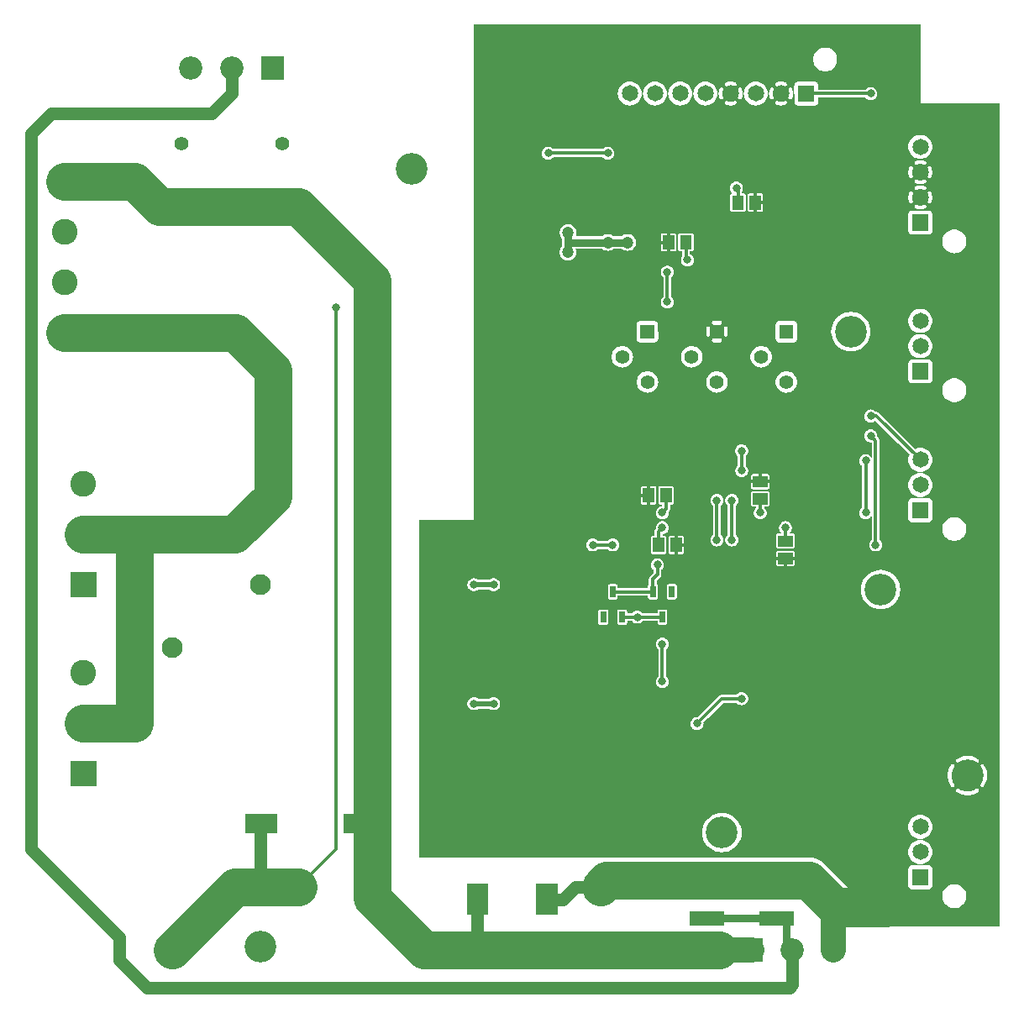
<source format=gbr>
G04 start of page 3 for group 3 idx 2 *
G04 Title: EW10A - linear power supply, bottom-power *
G04 Creator: pcb 1.99z *
G04 CreationDate: Mon 08 Sep 2014 07:20:40 PM GMT UTC *
G04 For: eelco *
G04 Format: Gerber/RS-274X *
G04 PCB-Dimensions (mil): 5511.81 5511.81 *
G04 PCB-Coordinate-Origin: lower left *
%MOIN*%
%FSLAX25Y25*%
%LNBOTTOM*%
%ADD67C,0.0400*%
%ADD66C,0.0591*%
%ADD65C,0.1252*%
%ADD64C,0.0787*%
%ADD63C,0.1339*%
%ADD62C,0.0236*%
%ADD61C,0.0157*%
%ADD60C,0.0472*%
%ADD59C,0.0315*%
%ADD58R,0.0748X0.0748*%
%ADD57R,0.0866X0.0866*%
%ADD56R,0.0571X0.0571*%
%ADD55R,0.0236X0.0236*%
%ADD54R,0.0453X0.0453*%
%ADD53C,0.0827*%
%ADD52C,0.0650*%
%ADD51C,0.1024*%
%ADD50C,0.1378*%
%ADD49C,0.1260*%
%ADD48C,0.0925*%
%ADD47C,0.0551*%
%ADD46C,0.1575*%
%ADD45C,0.1500*%
%ADD44C,0.1000*%
%ADD43C,0.0001*%
%ADD42C,0.0197*%
%ADD41C,0.0500*%
%ADD40C,0.0295*%
%ADD39C,0.0118*%
G54D39*X356299Y263780D02*Y279528D01*
X366142Y291339D02*Y299213D01*
X419291Y261811D02*Y303150D01*
X417323Y305118D01*
X362205Y263780D02*Y279528D01*
X437008Y295591D02*X419606Y312992D01*
X417323D01*
G54D40*X383858Y103622D02*X386299Y101181D01*
X383858Y103622D02*Y113681D01*
G54D41*X385000Y86181D02*X386299Y87480D01*
Y101181D01*
G54D40*X383858Y113681D02*X352362D01*
G54D39*X417323Y440945D02*X391732D01*
X336614Y358268D02*Y370079D01*
X289370Y417323D02*X312992D01*
G54D41*X163701Y451181D02*Y441181D01*
X155701Y433181D01*
G54D39*X332677Y253937D02*Y250000D01*
X307087Y261811D02*X314961D01*
X334646Y207677D02*Y222441D01*
X205000Y356181D02*Y141181D01*
X190000Y126181D01*
X332677Y250000D02*X330906Y248228D01*
Y243209D01*
X314961D01*
X334646Y233169D02*X318701D01*
G54D42*X267717Y246063D02*X259843D01*
X267717Y198819D02*X259843D01*
G54D39*X348425Y190945D02*X358268Y200787D01*
X366142D01*
G54D41*X385000Y86181D02*X130000D01*
X84000Y425181D02*Y141181D01*
X155701Y433181D02*X92000D01*
X84000Y425181D01*
X130000Y86181D02*X119000Y97181D01*
Y106181D01*
X84000Y141181D01*
G54D43*G36*
X261811Y137795D02*X238189D01*
Y271654D01*
X261811D01*
Y248047D01*
X261484D01*
X261361Y248152D01*
X261015Y248364D01*
X260641Y248519D01*
X260247Y248614D01*
X259843Y248646D01*
X259438Y248614D01*
X259044Y248519D01*
X258670Y248364D01*
X258324Y248152D01*
X258016Y247889D01*
X257753Y247581D01*
X257541Y247236D01*
X257386Y246861D01*
X257292Y246467D01*
X257260Y246063D01*
X257292Y245659D01*
X257386Y245265D01*
X257541Y244890D01*
X257753Y244545D01*
X258016Y244237D01*
X258324Y243974D01*
X258670Y243762D01*
X259044Y243607D01*
X259438Y243512D01*
X259843Y243480D01*
X260247Y243512D01*
X260641Y243607D01*
X261015Y243762D01*
X261361Y243974D01*
X261484Y244079D01*
X261811D01*
Y200803D01*
X261484D01*
X261361Y200908D01*
X261015Y201120D01*
X260641Y201275D01*
X260247Y201370D01*
X259843Y201402D01*
X259438Y201370D01*
X259044Y201275D01*
X258670Y201120D01*
X258324Y200908D01*
X258016Y200645D01*
X257753Y200337D01*
X257541Y199991D01*
X257386Y199617D01*
X257292Y199223D01*
X257260Y198819D01*
X257292Y198415D01*
X257386Y198021D01*
X257541Y197646D01*
X257753Y197301D01*
X258016Y196993D01*
X258324Y196729D01*
X258670Y196518D01*
X259044Y196363D01*
X259438Y196268D01*
X259843Y196236D01*
X260247Y196268D01*
X260641Y196363D01*
X261015Y196518D01*
X261361Y196729D01*
X261484Y196835D01*
X261811D01*
Y137795D01*
G37*
G36*
X371555Y276970D02*X371894Y276970D01*
Y276634D01*
X371658Y276433D01*
X371555Y276312D01*
Y276970D01*
G37*
G36*
X393701Y468504D02*Y445692D01*
X388247Y445681D01*
X388017Y445626D01*
X387799Y445536D01*
X387598Y445412D01*
X387418Y445259D01*
X387265Y445079D01*
X387142Y444878D01*
X387051Y444660D01*
X386996Y444430D01*
X386982Y444195D01*
X386996Y437460D01*
X387051Y437230D01*
X387142Y437012D01*
X387265Y436810D01*
X387418Y436631D01*
X387598Y436478D01*
X387799Y436354D01*
X388017Y436264D01*
X388247Y436209D01*
X388482Y436195D01*
X393701Y436206D01*
Y137795D01*
X392873D01*
X392697Y137809D01*
X392520Y137795D01*
X385564D01*
Y253353D01*
X386462Y253354D01*
X386583Y253383D01*
X386697Y253430D01*
X386803Y253495D01*
X386897Y253575D01*
X386978Y253670D01*
X387042Y253775D01*
X387090Y253890D01*
X387119Y254010D01*
X387126Y254134D01*
X387119Y258785D01*
X387090Y258905D01*
X387042Y259020D01*
X386978Y259126D01*
X386897Y259220D01*
X386803Y259300D01*
X386697Y259365D01*
X386583Y259413D01*
X386462Y259442D01*
X386339Y259449D01*
X385564Y259448D01*
Y260242D01*
X386462Y260244D01*
X386583Y260272D01*
X386697Y260320D01*
X386803Y260385D01*
X386897Y260465D01*
X386978Y260559D01*
X387042Y260665D01*
X387090Y260780D01*
X387119Y260900D01*
X387126Y261024D01*
X387119Y265675D01*
X387090Y265795D01*
X387042Y265910D01*
X386978Y266015D01*
X386897Y266110D01*
X386803Y266190D01*
X386697Y266255D01*
X386583Y266302D01*
X386462Y266331D01*
X386339Y266339D01*
X385564Y266338D01*
Y267171D01*
X385574Y267183D01*
X385785Y267528D01*
X385941Y267903D01*
X386035Y268297D01*
X386059Y268701D01*
X386035Y269105D01*
X385941Y269499D01*
X385785Y269873D01*
X385574Y270219D01*
X385564Y270230D01*
Y322557D01*
X385796Y322653D01*
X386368Y323003D01*
X386877Y323438D01*
X387312Y323947D01*
X387662Y324519D01*
X387918Y325137D01*
X388075Y325789D01*
X388114Y326457D01*
X388075Y327125D01*
X387918Y327776D01*
X387662Y328395D01*
X387312Y328966D01*
X386877Y329475D01*
X386368Y329910D01*
X385796Y330260D01*
X385564Y330357D01*
Y342212D01*
X386850Y342215D01*
X387079Y342270D01*
X387297Y342360D01*
X387499Y342484D01*
X387678Y342637D01*
X387831Y342816D01*
X387955Y343018D01*
X388045Y343236D01*
X388100Y343465D01*
X388114Y343701D01*
X388100Y349448D01*
X388045Y349678D01*
X387955Y349896D01*
X387831Y350097D01*
X387678Y350277D01*
X387499Y350430D01*
X387297Y350553D01*
X387079Y350644D01*
X386850Y350699D01*
X386614Y350713D01*
X385564Y350710D01*
Y438615D01*
X385676Y438649D01*
X385782Y438701D01*
X385879Y438768D01*
X385963Y438850D01*
X386035Y438945D01*
X386088Y439050D01*
X386247Y439453D01*
X386364Y439870D01*
X386443Y440296D01*
X386482Y440728D01*
Y441162D01*
X386443Y441593D01*
X386364Y442020D01*
X386247Y442437D01*
X386092Y442842D01*
X386037Y442947D01*
X385966Y443042D01*
X385881Y443124D01*
X385784Y443192D01*
X385677Y443244D01*
X385564Y443278D01*
Y468504D01*
X393701D01*
G37*
G36*
X385564Y350710D02*X383484Y350705D01*
Y436529D01*
X383629Y436585D01*
X383734Y436640D01*
X383829Y436711D01*
X383911Y436796D01*
X383979Y436894D01*
X384031Y437000D01*
X384066Y437114D01*
X384082Y437231D01*
X384080Y437350D01*
X384060Y437466D01*
X384021Y437579D01*
X383965Y437683D01*
X383894Y437778D01*
X383809Y437860D01*
X383712Y437928D01*
X383605Y437980D01*
X383492Y438015D01*
X383484Y438016D01*
Y443877D01*
X383491Y443878D01*
X383604Y443913D01*
X383710Y443964D01*
X383807Y444032D01*
X383892Y444114D01*
X383963Y444208D01*
X384018Y444313D01*
X384056Y444424D01*
X384077Y444540D01*
X384079Y444658D01*
X384063Y444775D01*
X384028Y444888D01*
X383976Y444994D01*
X383909Y445091D01*
X383827Y445176D01*
X383733Y445247D01*
X383627Y445300D01*
X383484Y445357D01*
Y468504D01*
X385564D01*
Y443278D01*
X385564Y443279D01*
X385446Y443295D01*
X385328Y443293D01*
X385211Y443272D01*
X385099Y443234D01*
X384994Y443178D01*
X384899Y443107D01*
X384817Y443021D01*
X384749Y442924D01*
X384697Y442818D01*
X384662Y442704D01*
X384646Y442587D01*
X384648Y442468D01*
X384669Y442351D01*
X384709Y442240D01*
X384818Y441965D01*
X384898Y441679D01*
X384952Y441388D01*
X384979Y441093D01*
Y440797D01*
X384952Y440502D01*
X384898Y440210D01*
X384818Y439925D01*
X384712Y439648D01*
X384672Y439538D01*
X384651Y439421D01*
X384649Y439303D01*
X384666Y439186D01*
X384700Y439073D01*
X384752Y438967D01*
X384820Y438871D01*
X384901Y438786D01*
X384996Y438715D01*
X385100Y438659D01*
X385212Y438621D01*
X385328Y438600D01*
X385446Y438598D01*
X385563Y438614D01*
X385564Y438615D01*
Y350710D01*
G37*
G36*
Y330357D02*X385177Y330517D01*
X384526Y330673D01*
X383858Y330726D01*
X383484Y330696D01*
Y342207D01*
X385564Y342212D01*
Y330357D01*
G37*
G36*
Y270230D02*X385311Y270527D01*
X385002Y270790D01*
X384657Y271002D01*
X384282Y271157D01*
X383888Y271252D01*
X383484Y271284D01*
Y322217D01*
X383858Y322188D01*
X384526Y322240D01*
X385177Y322397D01*
X385564Y322557D01*
Y270230D01*
G37*
G36*
Y266338D02*X385075Y266337D01*
Y266673D01*
X385311Y266875D01*
X385564Y267171D01*
Y266338D01*
G37*
G36*
Y259448D02*X383484Y259445D01*
Y260240D01*
X385564Y260242D01*
Y259448D01*
G37*
G36*
Y137795D02*X383484D01*
Y253350D01*
X385564Y253353D01*
Y137795D01*
G37*
G36*
X383484D02*X377901D01*
Y335094D01*
X377918Y335137D01*
X378075Y335789D01*
X378114Y336457D01*
X378075Y337125D01*
X377918Y337776D01*
X377901Y337819D01*
Y438611D01*
X377901Y438611D01*
X378018Y438595D01*
X378137Y438597D01*
X378254Y438617D01*
X378366Y438656D01*
X378471Y438712D01*
X378565Y438783D01*
X378648Y438868D01*
X378716Y438966D01*
X378768Y439072D01*
X378802Y439186D01*
X378819Y439303D01*
X378817Y439422D01*
X378796Y439538D01*
X378755Y439650D01*
X378646Y439925D01*
X378566Y440210D01*
X378513Y440502D01*
X378486Y440797D01*
Y441093D01*
X378513Y441388D01*
X378566Y441679D01*
X378646Y441965D01*
X378752Y442242D01*
X378793Y442352D01*
X378813Y442468D01*
X378815Y442587D01*
X378799Y442703D01*
X378764Y442816D01*
X378713Y442922D01*
X378645Y443019D01*
X378563Y443104D01*
X378469Y443175D01*
X378365Y443231D01*
X378253Y443269D01*
X378137Y443290D01*
X378019Y443292D01*
X377902Y443275D01*
X377901Y443275D01*
Y468504D01*
X383484D01*
Y445357D01*
X383224Y445460D01*
X382807Y445577D01*
X382381Y445655D01*
X381949Y445695D01*
X381516D01*
X381084Y445655D01*
X380658Y445577D01*
X380240Y445460D01*
X379835Y445305D01*
X379730Y445250D01*
X379635Y445179D01*
X379553Y445093D01*
X379485Y444996D01*
X379433Y444890D01*
X379399Y444776D01*
X379382Y444659D01*
X379384Y444540D01*
X379405Y444423D01*
X379443Y444311D01*
X379499Y444207D01*
X379571Y444112D01*
X379656Y444029D01*
X379753Y443962D01*
X379860Y443910D01*
X379973Y443875D01*
X380090Y443858D01*
X380209Y443861D01*
X380326Y443881D01*
X380437Y443922D01*
X380712Y444031D01*
X380998Y444111D01*
X381289Y444165D01*
X381584Y444192D01*
X381880D01*
X382175Y444165D01*
X382467Y444111D01*
X382752Y444031D01*
X383029Y443925D01*
X383140Y443884D01*
X383256Y443864D01*
X383374Y443862D01*
X383484Y443877D01*
Y438016D01*
X383374Y438031D01*
X383256Y438029D01*
X383139Y438009D01*
X383028Y437968D01*
X382752Y437859D01*
X382467Y437779D01*
X382175Y437725D01*
X381880Y437698D01*
X381584D01*
X381289Y437725D01*
X380998Y437779D01*
X380712Y437859D01*
X380436Y437965D01*
X380325Y438005D01*
X380209Y438026D01*
X380091Y438028D01*
X379974Y438012D01*
X379861Y437977D01*
X379755Y437925D01*
X379658Y437858D01*
X379573Y437776D01*
X379502Y437681D01*
X379447Y437577D01*
X379408Y437466D01*
X379388Y437349D01*
X379385Y437231D01*
X379402Y437114D01*
X379436Y437001D01*
X379488Y436895D01*
X379556Y436799D01*
X379638Y436714D01*
X379732Y436643D01*
X379837Y436589D01*
X380240Y436430D01*
X380658Y436313D01*
X381084Y436234D01*
X381516Y436195D01*
X381949D01*
X382381Y436234D01*
X382807Y436313D01*
X383224Y436430D01*
X383484Y436529D01*
Y350705D01*
X380867Y350699D01*
X380637Y350644D01*
X380419Y350553D01*
X380218Y350430D01*
X380038Y350277D01*
X379885Y350097D01*
X379762Y349896D01*
X379671Y349678D01*
X379616Y349448D01*
X379602Y349213D01*
X379616Y343465D01*
X379671Y343236D01*
X379762Y343018D01*
X379885Y342816D01*
X380038Y342637D01*
X380218Y342484D01*
X380419Y342360D01*
X380637Y342270D01*
X380867Y342215D01*
X381102Y342201D01*
X383484Y342207D01*
Y330696D01*
X383190Y330673D01*
X382539Y330517D01*
X381920Y330260D01*
X381349Y329910D01*
X380840Y329475D01*
X380405Y328966D01*
X380055Y328395D01*
X379798Y327776D01*
X379642Y327125D01*
X379589Y326457D01*
X379642Y325789D01*
X379798Y325137D01*
X380055Y324519D01*
X380405Y323947D01*
X380840Y323438D01*
X381349Y323003D01*
X381920Y322653D01*
X382539Y322397D01*
X383190Y322240D01*
X383484Y322217D01*
Y271284D01*
X383080Y271252D01*
X382686Y271157D01*
X382312Y271002D01*
X381966Y270790D01*
X381658Y270527D01*
X381395Y270219D01*
X381183Y269873D01*
X381028Y269499D01*
X380933Y269105D01*
X380902Y268701D01*
X380933Y268297D01*
X381028Y267903D01*
X381183Y267528D01*
X381395Y267183D01*
X381658Y266875D01*
X381894Y266673D01*
Y266333D01*
X380506Y266331D01*
X380386Y266302D01*
X380271Y266255D01*
X380166Y266190D01*
X380071Y266110D01*
X379991Y266015D01*
X379926Y265910D01*
X379879Y265795D01*
X379850Y265675D01*
X379843Y265551D01*
X379850Y260900D01*
X379879Y260780D01*
X379926Y260665D01*
X379991Y260559D01*
X380071Y260465D01*
X380166Y260385D01*
X380271Y260320D01*
X380386Y260272D01*
X380506Y260244D01*
X380630Y260236D01*
X383484Y260240D01*
Y259445D01*
X380506Y259442D01*
X380386Y259413D01*
X380271Y259365D01*
X380166Y259300D01*
X380071Y259220D01*
X379991Y259126D01*
X379926Y259020D01*
X379879Y258905D01*
X379850Y258785D01*
X379843Y258661D01*
X379850Y254010D01*
X379879Y253890D01*
X379926Y253775D01*
X379991Y253670D01*
X380071Y253575D01*
X380166Y253495D01*
X380271Y253430D01*
X380386Y253383D01*
X380506Y253354D01*
X380630Y253346D01*
X383484Y253350D01*
Y137795D01*
G37*
G36*
X377901Y337819D02*X377662Y338395D01*
X377312Y338966D01*
X376877Y339475D01*
X376368Y339910D01*
X375796Y340260D01*
X375177Y340517D01*
X374526Y340673D01*
X373858Y340726D01*
X373190Y340673D01*
X372539Y340517D01*
X371920Y340260D01*
X371555Y340037D01*
Y394000D01*
X373942Y394003D01*
X374063Y394032D01*
X374177Y394080D01*
X374283Y394144D01*
X374377Y394225D01*
X374458Y394319D01*
X374523Y394425D01*
X374570Y394539D01*
X374599Y394660D01*
X374606Y394783D01*
X374599Y400616D01*
X374570Y400736D01*
X374523Y400851D01*
X374458Y400956D01*
X374377Y401051D01*
X374283Y401131D01*
X374177Y401196D01*
X374063Y401243D01*
X373942Y401272D01*
X373819Y401280D01*
X371555Y401276D01*
Y436194D01*
X371732Y436180D01*
X372478Y436239D01*
X373205Y436413D01*
X373895Y436700D01*
X374533Y437090D01*
X375101Y437576D01*
X375587Y438144D01*
X375978Y438782D01*
X376264Y439473D01*
X376438Y440200D01*
X376482Y440945D01*
X376438Y441690D01*
X376264Y442417D01*
X375978Y443108D01*
X375587Y443745D01*
X375101Y444314D01*
X374533Y444800D01*
X373895Y445190D01*
X373205Y445476D01*
X372478Y445651D01*
X371732Y445710D01*
X371555Y445696D01*
Y468504D01*
X377901D01*
Y443275D01*
X377789Y443241D01*
X377683Y443189D01*
X377586Y443121D01*
X377501Y443039D01*
X377430Y442945D01*
X377377Y442840D01*
X377218Y442437D01*
X377100Y442020D01*
X377022Y441593D01*
X376982Y441162D01*
Y440728D01*
X377022Y440296D01*
X377100Y439870D01*
X377218Y439453D01*
X377372Y439048D01*
X377427Y438943D01*
X377499Y438848D01*
X377584Y438766D01*
X377681Y438698D01*
X377788Y438646D01*
X377901Y438611D01*
Y337819D01*
G37*
G36*
Y137795D02*X371555D01*
Y272900D01*
X371658Y272780D01*
X371966Y272517D01*
X372312Y272305D01*
X372686Y272150D01*
X373080Y272055D01*
X373484Y272024D01*
X373888Y272055D01*
X374282Y272150D01*
X374657Y272305D01*
X375002Y272517D01*
X375311Y272780D01*
X375574Y273088D01*
X375785Y273434D01*
X375941Y273808D01*
X376035Y274202D01*
X376059Y274606D01*
X376035Y275010D01*
X375941Y275404D01*
X375785Y275779D01*
X375574Y276124D01*
X375311Y276433D01*
X375075Y276634D01*
Y276974D01*
X376462Y276976D01*
X376583Y277005D01*
X376697Y277052D01*
X376803Y277117D01*
X376897Y277197D01*
X376978Y277292D01*
X377042Y277397D01*
X377090Y277512D01*
X377119Y277632D01*
X377126Y277756D01*
X377119Y282407D01*
X377090Y282528D01*
X377042Y282642D01*
X376978Y282748D01*
X376897Y282842D01*
X376803Y282922D01*
X376697Y282987D01*
X376583Y283035D01*
X376462Y283064D01*
X376339Y283071D01*
X371555Y283065D01*
Y283859D01*
X376462Y283866D01*
X376583Y283894D01*
X376697Y283942D01*
X376803Y284007D01*
X376897Y284087D01*
X376978Y284181D01*
X377042Y284287D01*
X377090Y284402D01*
X377119Y284522D01*
X377126Y284646D01*
X377119Y289297D01*
X377090Y289417D01*
X377042Y289532D01*
X376978Y289637D01*
X376897Y289732D01*
X376803Y289812D01*
X376697Y289877D01*
X376583Y289924D01*
X376462Y289953D01*
X376339Y289961D01*
X371555Y289955D01*
Y332877D01*
X371920Y332653D01*
X372539Y332397D01*
X373190Y332240D01*
X373858Y332188D01*
X374526Y332240D01*
X375177Y332397D01*
X375796Y332653D01*
X376368Y333003D01*
X376877Y333438D01*
X377312Y333947D01*
X377662Y334519D01*
X377901Y335094D01*
Y137795D01*
G37*
G36*
X362201Y401675D02*X362249Y401619D01*
X362557Y401355D01*
X362691Y401273D01*
X362278Y401272D01*
X362201Y401254D01*
Y401675D01*
G37*
G36*
X371555Y137795D02*X366138D01*
Y198205D01*
X366142Y198205D01*
X366546Y198236D01*
X366940Y198331D01*
X367314Y198486D01*
X367660Y198698D01*
X367968Y198961D01*
X368231Y199269D01*
X368443Y199615D01*
X368598Y199989D01*
X368693Y200383D01*
X368717Y200787D01*
X368693Y201191D01*
X368598Y201586D01*
X368443Y201960D01*
X368231Y202306D01*
X367968Y202614D01*
X367660Y202877D01*
X367314Y203089D01*
X366940Y203244D01*
X366546Y203338D01*
X366142Y203370D01*
X366138Y203370D01*
Y288756D01*
X366142Y288756D01*
X366546Y288788D01*
X366940Y288882D01*
X367314Y289037D01*
X367660Y289249D01*
X367968Y289512D01*
X368231Y289820D01*
X368443Y290166D01*
X368598Y290540D01*
X368693Y290935D01*
X368717Y291339D01*
X368693Y291743D01*
X368598Y292137D01*
X368443Y292511D01*
X368231Y292857D01*
X367968Y293165D01*
X367732Y293366D01*
Y297185D01*
X367968Y297386D01*
X368231Y297694D01*
X368443Y298040D01*
X368598Y298414D01*
X368693Y298809D01*
X368717Y299213D01*
X368693Y299617D01*
X368598Y300011D01*
X368443Y300385D01*
X368231Y300731D01*
X367968Y301039D01*
X367660Y301302D01*
X367314Y301514D01*
X366940Y301669D01*
X366546Y301764D01*
X366142Y301795D01*
X366138Y301795D01*
Y394002D01*
X367053Y394003D01*
X367173Y394032D01*
X367288Y394080D01*
X367393Y394144D01*
X367488Y394225D01*
X367568Y394319D01*
X367633Y394425D01*
X367680Y394539D01*
X367709Y394660D01*
X367717Y394783D01*
X367709Y400616D01*
X367680Y400736D01*
X367633Y400851D01*
X367568Y400956D01*
X367488Y401051D01*
X367393Y401131D01*
X367288Y401196D01*
X367173Y401243D01*
X367053Y401272D01*
X366929Y401280D01*
X366256Y401278D01*
Y402076D01*
X366376Y402272D01*
X366531Y402647D01*
X366626Y403041D01*
X366650Y403445D01*
X366626Y403849D01*
X366531Y404243D01*
X366376Y404617D01*
X366164Y404963D01*
X366138Y404994D01*
Y439176D01*
X366247Y439453D01*
X366364Y439870D01*
X366443Y440296D01*
X366482Y440728D01*
Y441162D01*
X366443Y441593D01*
X366364Y442020D01*
X366247Y442437D01*
X366138Y442723D01*
Y468504D01*
X371555D01*
Y445696D01*
X370987Y445651D01*
X370260Y445476D01*
X369569Y445190D01*
X368932Y444800D01*
X368363Y444314D01*
X367878Y443745D01*
X367487Y443108D01*
X367201Y442417D01*
X367026Y441690D01*
X366968Y440945D01*
X367026Y440200D01*
X367201Y439473D01*
X367487Y438782D01*
X367878Y438144D01*
X368363Y437576D01*
X368932Y437090D01*
X369569Y436700D01*
X370260Y436413D01*
X370987Y436239D01*
X371555Y436194D01*
Y401276D01*
X369168Y401272D01*
X369047Y401243D01*
X368933Y401196D01*
X368827Y401131D01*
X368733Y401051D01*
X368652Y400956D01*
X368588Y400851D01*
X368540Y400736D01*
X368511Y400616D01*
X368504Y400492D01*
X368511Y394660D01*
X368540Y394539D01*
X368588Y394425D01*
X368652Y394319D01*
X368733Y394225D01*
X368827Y394144D01*
X368933Y394080D01*
X369047Y394032D01*
X369168Y394003D01*
X369291Y393996D01*
X371555Y394000D01*
Y340037D01*
X371349Y339910D01*
X370840Y339475D01*
X370405Y338966D01*
X370055Y338395D01*
X369798Y337776D01*
X369642Y337125D01*
X369589Y336457D01*
X369642Y335789D01*
X369798Y335137D01*
X370055Y334519D01*
X370405Y333947D01*
X370840Y333438D01*
X371349Y333003D01*
X371555Y332877D01*
Y289955D01*
X370506Y289953D01*
X370386Y289924D01*
X370271Y289877D01*
X370166Y289812D01*
X370071Y289732D01*
X369991Y289637D01*
X369926Y289532D01*
X369879Y289417D01*
X369850Y289297D01*
X369843Y289173D01*
X369850Y284522D01*
X369879Y284402D01*
X369926Y284287D01*
X369991Y284181D01*
X370071Y284087D01*
X370166Y284007D01*
X370271Y283942D01*
X370386Y283894D01*
X370506Y283866D01*
X370630Y283858D01*
X371555Y283859D01*
Y283065D01*
X370506Y283064D01*
X370386Y283035D01*
X370271Y282987D01*
X370166Y282922D01*
X370071Y282842D01*
X369991Y282748D01*
X369926Y282642D01*
X369879Y282528D01*
X369850Y282407D01*
X369843Y282283D01*
X369850Y277632D01*
X369879Y277512D01*
X369926Y277397D01*
X369991Y277292D01*
X370071Y277197D01*
X370166Y277117D01*
X370271Y277052D01*
X370386Y277005D01*
X370506Y276976D01*
X370630Y276969D01*
X371555Y276970D01*
Y276312D01*
X371395Y276124D01*
X371183Y275779D01*
X371028Y275404D01*
X370933Y275010D01*
X370902Y274606D01*
X370933Y274202D01*
X371028Y273808D01*
X371183Y273434D01*
X371395Y273088D01*
X371555Y272900D01*
Y137795D01*
G37*
G36*
X366138Y404994D02*X365901Y405271D01*
X365593Y405534D01*
X365247Y405746D01*
X364873Y405901D01*
X364479Y405996D01*
X364075Y406028D01*
X363671Y405996D01*
X363277Y405901D01*
X362902Y405746D01*
X362557Y405534D01*
X362249Y405271D01*
X362201Y405215D01*
Y436218D01*
X362381Y436234D01*
X362807Y436313D01*
X363224Y436430D01*
X363629Y436585D01*
X363734Y436640D01*
X363829Y436711D01*
X363911Y436796D01*
X363979Y436894D01*
X364031Y437000D01*
X364066Y437114D01*
X364082Y437231D01*
X364080Y437350D01*
X364060Y437466D01*
X364021Y437579D01*
X363965Y437683D01*
X363894Y437778D01*
X363809Y437860D01*
X363712Y437928D01*
X363605Y437980D01*
X363492Y438015D01*
X363374Y438031D01*
X363256Y438029D01*
X363139Y438009D01*
X363028Y437968D01*
X362752Y437859D01*
X362467Y437779D01*
X362201Y437730D01*
Y444160D01*
X362467Y444111D01*
X362752Y444031D01*
X363029Y443925D01*
X363140Y443884D01*
X363256Y443864D01*
X363374Y443862D01*
X363491Y443878D01*
X363604Y443913D01*
X363710Y443964D01*
X363807Y444032D01*
X363892Y444114D01*
X363963Y444208D01*
X364018Y444313D01*
X364056Y444424D01*
X364077Y444540D01*
X364079Y444658D01*
X364063Y444775D01*
X364028Y444888D01*
X363976Y444994D01*
X363909Y445091D01*
X363827Y445176D01*
X363733Y445247D01*
X363627Y445300D01*
X363224Y445460D01*
X362807Y445577D01*
X362381Y445655D01*
X362201Y445672D01*
Y468504D01*
X366138D01*
Y442723D01*
X366092Y442842D01*
X366037Y442947D01*
X365966Y443042D01*
X365881Y443124D01*
X365784Y443192D01*
X365677Y443244D01*
X365564Y443279D01*
X365446Y443295D01*
X365328Y443293D01*
X365211Y443272D01*
X365099Y443234D01*
X364994Y443178D01*
X364899Y443107D01*
X364817Y443021D01*
X364749Y442924D01*
X364697Y442818D01*
X364662Y442704D01*
X364646Y442587D01*
X364648Y442468D01*
X364669Y442351D01*
X364709Y442240D01*
X364818Y441965D01*
X364898Y441679D01*
X364952Y441388D01*
X364979Y441093D01*
Y440797D01*
X364952Y440502D01*
X364898Y440210D01*
X364818Y439925D01*
X364712Y439648D01*
X364672Y439538D01*
X364651Y439421D01*
X364649Y439303D01*
X364666Y439186D01*
X364700Y439073D01*
X364752Y438967D01*
X364820Y438871D01*
X364901Y438786D01*
X364996Y438715D01*
X365100Y438659D01*
X365212Y438621D01*
X365328Y438600D01*
X365446Y438598D01*
X365563Y438614D01*
X365676Y438649D01*
X365782Y438701D01*
X365879Y438768D01*
X365963Y438850D01*
X366035Y438945D01*
X366088Y439050D01*
X366138Y439176D01*
Y404994D01*
G37*
G36*
Y203370D02*X365738Y203338D01*
X365344Y203244D01*
X364969Y203089D01*
X364624Y202877D01*
X364315Y202614D01*
X364114Y202378D01*
X362201D01*
Y261197D01*
X362205Y261197D01*
X362609Y261229D01*
X363003Y261323D01*
X363377Y261478D01*
X363723Y261690D01*
X364031Y261953D01*
X364294Y262261D01*
X364506Y262607D01*
X364661Y262981D01*
X364756Y263375D01*
X364780Y263780D01*
X364756Y264184D01*
X364661Y264578D01*
X364506Y264952D01*
X364294Y265298D01*
X364031Y265606D01*
X363795Y265807D01*
Y277500D01*
X364031Y277701D01*
X364294Y278009D01*
X364506Y278355D01*
X364661Y278729D01*
X364756Y279124D01*
X364780Y279528D01*
X364756Y279932D01*
X364661Y280326D01*
X364506Y280700D01*
X364294Y281046D01*
X364031Y281354D01*
X363723Y281617D01*
X363377Y281829D01*
X363003Y281984D01*
X362609Y282079D01*
X362205Y282110D01*
X362201Y282110D01*
Y394022D01*
X362278Y394003D01*
X362402Y393996D01*
X366138Y394002D01*
Y301795D01*
X365738Y301764D01*
X365344Y301669D01*
X364969Y301514D01*
X364624Y301302D01*
X364315Y301039D01*
X364052Y300731D01*
X363840Y300385D01*
X363685Y300011D01*
X363591Y299617D01*
X363559Y299213D01*
X363591Y298809D01*
X363685Y298414D01*
X363840Y298040D01*
X364052Y297694D01*
X364315Y297386D01*
X364551Y297185D01*
Y293366D01*
X364315Y293165D01*
X364052Y292857D01*
X363840Y292511D01*
X363685Y292137D01*
X363591Y291743D01*
X363559Y291339D01*
X363591Y290935D01*
X363685Y290540D01*
X363840Y290166D01*
X364052Y289820D01*
X364315Y289512D01*
X364624Y289249D01*
X364969Y289037D01*
X365344Y288882D01*
X365738Y288788D01*
X366138Y288756D01*
Y203370D01*
G37*
G36*
Y137795D02*X362201D01*
Y140901D01*
X362866Y141309D01*
X363800Y142106D01*
X364597Y143039D01*
X365238Y144086D01*
X365708Y145220D01*
X365995Y146414D01*
X366067Y147638D01*
X365995Y148862D01*
X365708Y150055D01*
X365238Y151189D01*
X364597Y152236D01*
X363800Y153170D01*
X362866Y153967D01*
X362201Y154375D01*
Y199197D01*
X364114D01*
X364315Y198961D01*
X364624Y198698D01*
X364969Y198486D01*
X365344Y198331D01*
X365738Y198236D01*
X366138Y198205D01*
Y137795D01*
G37*
G36*
X359805Y278592D02*X359903Y278355D01*
X360115Y278009D01*
X360378Y277701D01*
X360614Y277500D01*
Y265807D01*
X360378Y265606D01*
X360115Y265298D01*
X359903Y264952D01*
X359805Y264715D01*
Y278592D01*
G37*
G36*
Y443936D02*X359860Y443910D01*
X359973Y443875D01*
X360090Y443858D01*
X360209Y443861D01*
X360326Y443881D01*
X360437Y443922D01*
X360712Y444031D01*
X360998Y444111D01*
X361289Y444165D01*
X361584Y444192D01*
X361880D01*
X362175Y444165D01*
X362201Y444160D01*
Y437730D01*
X362175Y437725D01*
X361880Y437698D01*
X361584D01*
X361289Y437725D01*
X360998Y437779D01*
X360712Y437859D01*
X360436Y437965D01*
X360325Y438005D01*
X360209Y438026D01*
X360091Y438028D01*
X359974Y438012D01*
X359861Y437977D01*
X359805Y437950D01*
Y443936D01*
G37*
G36*
Y468504D02*X362201D01*
Y445672D01*
X361949Y445695D01*
X361516D01*
X361084Y445655D01*
X360658Y445577D01*
X360240Y445460D01*
X359835Y445305D01*
X359805Y445289D01*
Y468504D01*
G37*
G36*
Y324033D02*X360103Y324519D01*
X360359Y325137D01*
X360516Y325789D01*
X360555Y326457D01*
X360516Y327125D01*
X360359Y327776D01*
X360103Y328395D01*
X359805Y328881D01*
Y344448D01*
X359923Y344458D01*
X360038Y344485D01*
X360147Y344530D01*
X360247Y344592D01*
X360337Y344669D01*
X360414Y344759D01*
X360475Y344859D01*
X360521Y344968D01*
X360548Y345083D01*
X360555Y345201D01*
Y347713D01*
X360548Y347830D01*
X360521Y347945D01*
X360475Y348054D01*
X360414Y348155D01*
X360337Y348245D01*
X360247Y348321D01*
X360147Y348383D01*
X360038Y348428D01*
X359923Y348456D01*
X359805Y348465D01*
Y436606D01*
X359837Y436589D01*
X360240Y436430D01*
X360658Y436313D01*
X361084Y436234D01*
X361516Y436195D01*
X361949D01*
X362201Y436218D01*
Y405215D01*
X361985Y404963D01*
X361774Y404617D01*
X361618Y404243D01*
X361524Y403849D01*
X361492Y403445D01*
X361524Y403041D01*
X361618Y402647D01*
X361774Y402272D01*
X361985Y401927D01*
X362201Y401675D01*
Y401254D01*
X362158Y401243D01*
X362043Y401196D01*
X361937Y401131D01*
X361843Y401051D01*
X361763Y400956D01*
X361698Y400851D01*
X361650Y400736D01*
X361621Y400616D01*
X361614Y400492D01*
X361621Y394660D01*
X361650Y394539D01*
X361698Y394425D01*
X361763Y394319D01*
X361843Y394225D01*
X361937Y394144D01*
X362043Y394080D01*
X362158Y394032D01*
X362201Y394022D01*
Y282110D01*
X361801Y282079D01*
X361407Y281984D01*
X361032Y281829D01*
X360687Y281617D01*
X360378Y281354D01*
X360115Y281046D01*
X359903Y280700D01*
X359805Y280463D01*
Y324033D01*
G37*
G36*
X362201Y202378D02*X359805D01*
Y262844D01*
X359903Y262607D01*
X360115Y262261D01*
X360378Y261953D01*
X360687Y261690D01*
X361032Y261478D01*
X361407Y261323D01*
X361801Y261229D01*
X362201Y261197D01*
Y202378D01*
G37*
G36*
X359805Y328881D02*X359753Y328966D01*
X359318Y329475D01*
X358808Y329910D01*
X358237Y330260D01*
X357618Y330517D01*
X357279Y330598D01*
Y342201D01*
X357555D01*
X357673Y342208D01*
X357788Y342235D01*
X357897Y342280D01*
X357997Y342342D01*
X358087Y342419D01*
X358164Y342509D01*
X358225Y342609D01*
X358271Y342718D01*
X358298Y342833D01*
X358307Y342951D01*
X358298Y343068D01*
X358271Y343183D01*
X358225Y343292D01*
X358164Y343393D01*
X358087Y343483D01*
X357997Y343559D01*
X357897Y343621D01*
X357788Y343666D01*
X357673Y343694D01*
X357555Y343701D01*
X357279D01*
Y349213D01*
X357555D01*
X357673Y349220D01*
X357788Y349247D01*
X357897Y349292D01*
X357997Y349354D01*
X358087Y349431D01*
X358164Y349520D01*
X358225Y349621D01*
X358271Y349730D01*
X358298Y349845D01*
X358307Y349963D01*
X358298Y350080D01*
X358271Y350195D01*
X358225Y350304D01*
X358164Y350405D01*
X358087Y350495D01*
X357997Y350571D01*
X357897Y350633D01*
X357788Y350678D01*
X357673Y350706D01*
X357555Y350713D01*
X357279D01*
Y439290D01*
X357372Y439048D01*
X357427Y438943D01*
X357499Y438848D01*
X357584Y438766D01*
X357681Y438698D01*
X357788Y438646D01*
X357901Y438611D01*
X358018Y438595D01*
X358137Y438597D01*
X358254Y438617D01*
X358366Y438656D01*
X358471Y438712D01*
X358565Y438783D01*
X358648Y438868D01*
X358716Y438966D01*
X358768Y439072D01*
X358802Y439186D01*
X358819Y439303D01*
X358817Y439422D01*
X358796Y439538D01*
X358755Y439650D01*
X358646Y439925D01*
X358566Y440210D01*
X358513Y440502D01*
X358486Y440797D01*
Y441093D01*
X358513Y441388D01*
X358566Y441679D01*
X358646Y441965D01*
X358752Y442242D01*
X358793Y442352D01*
X358813Y442468D01*
X358815Y442587D01*
X358799Y442703D01*
X358764Y442816D01*
X358713Y442922D01*
X358645Y443019D01*
X358563Y443104D01*
X358469Y443175D01*
X358365Y443231D01*
X358253Y443269D01*
X358137Y443290D01*
X358019Y443292D01*
X357902Y443275D01*
X357789Y443241D01*
X357683Y443189D01*
X357586Y443121D01*
X357501Y443039D01*
X357430Y442945D01*
X357377Y442840D01*
X357279Y442594D01*
Y468504D01*
X359805D01*
Y445289D01*
X359730Y445250D01*
X359635Y445179D01*
X359553Y445093D01*
X359485Y444996D01*
X359433Y444890D01*
X359399Y444776D01*
X359382Y444659D01*
X359384Y444540D01*
X359405Y444423D01*
X359443Y444311D01*
X359499Y444207D01*
X359571Y444112D01*
X359656Y444029D01*
X359753Y443962D01*
X359805Y443936D01*
Y437950D01*
X359755Y437925D01*
X359658Y437858D01*
X359573Y437776D01*
X359502Y437681D01*
X359447Y437577D01*
X359408Y437466D01*
X359388Y437349D01*
X359385Y437231D01*
X359402Y437114D01*
X359436Y437001D01*
X359488Y436895D01*
X359556Y436799D01*
X359638Y436714D01*
X359732Y436643D01*
X359805Y436606D01*
Y348465D01*
X359687Y348456D01*
X359573Y348428D01*
X359464Y348383D01*
X359363Y348321D01*
X359273Y348245D01*
X359196Y348155D01*
X359135Y348054D01*
X359090Y347945D01*
X359062Y347830D01*
X359055Y347713D01*
Y345201D01*
X359062Y345083D01*
X359090Y344968D01*
X359135Y344859D01*
X359196Y344759D01*
X359273Y344669D01*
X359363Y344592D01*
X359464Y344530D01*
X359573Y344485D01*
X359687Y344458D01*
X359805Y344448D01*
Y328881D01*
G37*
G36*
Y202378D02*X358330D01*
X358268Y202383D01*
X358018Y202363D01*
X357775Y202305D01*
X357543Y202209D01*
X357330Y202078D01*
X357330Y202078D01*
X357279Y202035D01*
Y261399D01*
X357472Y261478D01*
X357817Y261690D01*
X358125Y261953D01*
X358389Y262261D01*
X358600Y262607D01*
X358756Y262981D01*
X358850Y263375D01*
X358874Y263780D01*
X358850Y264184D01*
X358756Y264578D01*
X358600Y264952D01*
X358389Y265298D01*
X358125Y265606D01*
X357890Y265807D01*
Y277500D01*
X358125Y277701D01*
X358389Y278009D01*
X358600Y278355D01*
X358756Y278729D01*
X358850Y279124D01*
X358874Y279528D01*
X358850Y279932D01*
X358756Y280326D01*
X358600Y280700D01*
X358389Y281046D01*
X358125Y281354D01*
X357817Y281617D01*
X357472Y281829D01*
X357279Y281908D01*
Y322315D01*
X357618Y322397D01*
X358237Y322653D01*
X358808Y323003D01*
X359318Y323438D01*
X359753Y323947D01*
X359805Y324033D01*
Y280463D01*
X359748Y280326D01*
X359654Y279932D01*
X359622Y279528D01*
X359654Y279124D01*
X359748Y278729D01*
X359805Y278592D01*
Y264715D01*
X359748Y264578D01*
X359654Y264184D01*
X359622Y263780D01*
X359654Y263375D01*
X359748Y262981D01*
X359805Y262844D01*
Y202378D01*
G37*
G36*
X362201Y154375D02*X361819Y154608D01*
X360685Y155078D01*
X359492Y155365D01*
X358268Y155461D01*
X357279Y155383D01*
Y197550D01*
X358927Y199197D01*
X362201D01*
Y154375D01*
G37*
G36*
Y137795D02*X357279D01*
Y139892D01*
X358268Y139815D01*
X359492Y139911D01*
X360685Y140197D01*
X361819Y140667D01*
X362201Y140901D01*
Y137795D01*
G37*
G36*
X352793Y193064D02*X357279Y197550D01*
Y155383D01*
X357044Y155365D01*
X355850Y155078D01*
X354716Y154608D01*
X353669Y153967D01*
X352793Y153219D01*
Y193064D01*
G37*
G36*
Y324033D02*X352845Y323947D01*
X353281Y323438D01*
X353790Y323003D01*
X354361Y322653D01*
X354980Y322397D01*
X355631Y322240D01*
X356299Y322188D01*
X356967Y322240D01*
X357279Y322315D01*
Y281908D01*
X357097Y281984D01*
X356703Y282079D01*
X356299Y282110D01*
X355895Y282079D01*
X355501Y281984D01*
X355127Y281829D01*
X354781Y281617D01*
X354473Y281354D01*
X354210Y281046D01*
X353998Y280700D01*
X353843Y280326D01*
X353748Y279932D01*
X353716Y279528D01*
X353748Y279124D01*
X353843Y278729D01*
X353998Y278355D01*
X354210Y278009D01*
X354473Y277701D01*
X354709Y277500D01*
Y265807D01*
X354473Y265606D01*
X354210Y265298D01*
X353998Y264952D01*
X353843Y264578D01*
X353748Y264184D01*
X353716Y263780D01*
X353748Y263375D01*
X353843Y262981D01*
X353998Y262607D01*
X354210Y262261D01*
X354473Y261953D01*
X354781Y261690D01*
X355127Y261478D01*
X355501Y261323D01*
X355895Y261229D01*
X356299Y261197D01*
X356703Y261229D01*
X357097Y261323D01*
X357279Y261399D01*
Y202035D01*
X357140Y201916D01*
X357099Y201868D01*
X352793Y197562D01*
Y324033D01*
G37*
G36*
Y468504D02*X357279D01*
Y442594D01*
X357218Y442437D01*
X357100Y442020D01*
X357022Y441593D01*
X356982Y441162D01*
Y440728D01*
X357022Y440296D01*
X357100Y439870D01*
X357218Y439453D01*
X357279Y439290D01*
Y350713D01*
X355043D01*
X354926Y350706D01*
X354811Y350678D01*
X354702Y350633D01*
X354601Y350571D01*
X354511Y350495D01*
X354435Y350405D01*
X354373Y350304D01*
X354328Y350195D01*
X354300Y350080D01*
X354291Y349963D01*
X354300Y349845D01*
X354328Y349730D01*
X354373Y349621D01*
X354435Y349520D01*
X354511Y349431D01*
X354601Y349354D01*
X354702Y349292D01*
X354811Y349247D01*
X354926Y349220D01*
X355043Y349213D01*
X357279D01*
Y343701D01*
X355043D01*
X354926Y343694D01*
X354811Y343666D01*
X354702Y343621D01*
X354601Y343559D01*
X354511Y343483D01*
X354435Y343393D01*
X354373Y343292D01*
X354328Y343183D01*
X354300Y343068D01*
X354291Y342951D01*
X354300Y342833D01*
X354328Y342718D01*
X354373Y342609D01*
X354435Y342509D01*
X354511Y342419D01*
X354601Y342342D01*
X354702Y342280D01*
X354811Y342235D01*
X354926Y342208D01*
X355043Y342201D01*
X357279D01*
Y330598D01*
X356967Y330673D01*
X356299Y330726D01*
X355631Y330673D01*
X354980Y330517D01*
X354361Y330260D01*
X353790Y329910D01*
X353281Y329475D01*
X352845Y328966D01*
X352793Y328881D01*
Y344448D01*
X352911Y344458D01*
X353026Y344485D01*
X353135Y344530D01*
X353236Y344592D01*
X353325Y344669D01*
X353402Y344759D01*
X353464Y344859D01*
X353509Y344968D01*
X353536Y345083D01*
X353543Y345201D01*
Y347713D01*
X353536Y347830D01*
X353509Y347945D01*
X353464Y348054D01*
X353402Y348155D01*
X353325Y348245D01*
X353236Y348321D01*
X353135Y348383D01*
X353026Y348428D01*
X352911Y348456D01*
X352793Y348465D01*
Y436315D01*
X353205Y436413D01*
X353895Y436700D01*
X354533Y437090D01*
X355101Y437576D01*
X355587Y438144D01*
X355978Y438782D01*
X356264Y439473D01*
X356438Y440200D01*
X356482Y440945D01*
X356438Y441690D01*
X356264Y442417D01*
X355978Y443108D01*
X355587Y443745D01*
X355101Y444314D01*
X354533Y444800D01*
X353895Y445190D01*
X353205Y445476D01*
X352793Y445575D01*
Y468504D01*
G37*
G36*
X357279Y137795D02*X352793D01*
Y142057D01*
X353669Y141309D01*
X354716Y140667D01*
X355850Y140197D01*
X357044Y139911D01*
X357279Y139892D01*
Y137795D01*
G37*
G36*
X352793D02*X344053D01*
Y332842D01*
X344361Y332653D01*
X344980Y332397D01*
X345631Y332240D01*
X346299Y332188D01*
X346967Y332240D01*
X347618Y332397D01*
X348237Y332653D01*
X348808Y333003D01*
X349318Y333438D01*
X349753Y333947D01*
X350103Y334519D01*
X350359Y335137D01*
X350516Y335789D01*
X350555Y336457D01*
X350516Y337125D01*
X350359Y337776D01*
X350103Y338395D01*
X349753Y338966D01*
X349318Y339475D01*
X348808Y339910D01*
X348237Y340260D01*
X347618Y340517D01*
X346967Y340673D01*
X346299Y340726D01*
X345631Y340673D01*
X344980Y340517D01*
X344361Y340260D01*
X344053Y340072D01*
Y372382D01*
X344183Y372351D01*
X344587Y372319D01*
X344991Y372351D01*
X345385Y372445D01*
X345759Y372600D01*
X346105Y372812D01*
X346413Y373075D01*
X346676Y373383D01*
X346888Y373729D01*
X347043Y374103D01*
X347138Y374498D01*
X347161Y374902D01*
X347138Y375306D01*
X347043Y375700D01*
X346888Y376074D01*
X346676Y376420D01*
X346413Y376728D01*
X346105Y376991D01*
X345759Y377203D01*
X345587Y377274D01*
Y378254D01*
X346383Y378255D01*
X346504Y378284D01*
X346618Y378332D01*
X346724Y378396D01*
X346818Y378477D01*
X346899Y378571D01*
X346964Y378677D01*
X347011Y378791D01*
X347040Y378912D01*
X347047Y379035D01*
X347040Y384868D01*
X347011Y384988D01*
X346964Y385103D01*
X346899Y385208D01*
X346818Y385303D01*
X346724Y385383D01*
X346618Y385448D01*
X346504Y385495D01*
X346383Y385524D01*
X346260Y385532D01*
X344053Y385528D01*
Y436796D01*
X344533Y437090D01*
X345101Y437576D01*
X345587Y438144D01*
X345978Y438782D01*
X346264Y439473D01*
X346438Y440200D01*
X346482Y440945D01*
X346438Y441690D01*
X346264Y442417D01*
X345978Y443108D01*
X345587Y443745D01*
X345101Y444314D01*
X344533Y444800D01*
X344053Y445094D01*
Y468504D01*
X352793D01*
Y445575D01*
X352478Y445651D01*
X351732Y445710D01*
X350987Y445651D01*
X350260Y445476D01*
X349569Y445190D01*
X348932Y444800D01*
X348363Y444314D01*
X347878Y443745D01*
X347487Y443108D01*
X347201Y442417D01*
X347026Y441690D01*
X346968Y440945D01*
X347026Y440200D01*
X347201Y439473D01*
X347487Y438782D01*
X347878Y438144D01*
X348363Y437576D01*
X348932Y437090D01*
X349569Y436700D01*
X350260Y436413D01*
X350987Y436239D01*
X351732Y436180D01*
X352478Y436239D01*
X352793Y436315D01*
Y348465D01*
X352676Y348456D01*
X352561Y348428D01*
X352452Y348383D01*
X352351Y348321D01*
X352261Y348245D01*
X352185Y348155D01*
X352123Y348054D01*
X352078Y347945D01*
X352050Y347830D01*
X352043Y347713D01*
Y345201D01*
X352050Y345083D01*
X352078Y344968D01*
X352123Y344859D01*
X352185Y344759D01*
X352261Y344669D01*
X352351Y344592D01*
X352452Y344530D01*
X352561Y344485D01*
X352676Y344458D01*
X352793Y344448D01*
Y328881D01*
X352495Y328395D01*
X352239Y327776D01*
X352083Y327125D01*
X352030Y326457D01*
X352083Y325789D01*
X352239Y325137D01*
X352495Y324519D01*
X352793Y324033D01*
Y197562D01*
X348734Y193503D01*
X348425Y193528D01*
X348021Y193496D01*
X347627Y193401D01*
X347253Y193246D01*
X346907Y193034D01*
X346599Y192771D01*
X346336Y192463D01*
X346124Y192117D01*
X345969Y191743D01*
X345874Y191349D01*
X345842Y190945D01*
X345874Y190541D01*
X345969Y190147D01*
X346124Y189772D01*
X346336Y189427D01*
X346599Y189119D01*
X346907Y188855D01*
X347253Y188644D01*
X347627Y188489D01*
X348021Y188394D01*
X348425Y188362D01*
X348829Y188394D01*
X349223Y188489D01*
X349598Y188644D01*
X349943Y188855D01*
X350251Y189119D01*
X350515Y189427D01*
X350726Y189772D01*
X350882Y190147D01*
X350976Y190541D01*
X351000Y190945D01*
X350982Y191252D01*
X352793Y193064D01*
Y153219D01*
X352736Y153170D01*
X351939Y152236D01*
X351297Y151189D01*
X350827Y150055D01*
X350541Y148862D01*
X350444Y147638D01*
X350541Y146414D01*
X350827Y145220D01*
X351297Y144086D01*
X351939Y143039D01*
X352736Y142106D01*
X352793Y142057D01*
Y137795D01*
G37*
G36*
X344053Y445094D02*X343895Y445190D01*
X343205Y445476D01*
X342478Y445651D01*
X341732Y445710D01*
X340987Y445651D01*
X340260Y445476D01*
X339569Y445190D01*
X338932Y444800D01*
X338363Y444314D01*
X337878Y443745D01*
X337487Y443108D01*
X337201Y442417D01*
X337106Y442023D01*
Y468504D01*
X344053D01*
Y445094D01*
G37*
G36*
Y137795D02*X337106D01*
Y206897D01*
X337197Y207273D01*
X337220Y207677D01*
X337197Y208081D01*
X337106Y208457D01*
Y221661D01*
X337197Y222037D01*
X337220Y222441D01*
X337197Y222845D01*
X337106Y223221D01*
Y240163D01*
X337205Y240157D01*
X339690Y240165D01*
X339811Y240194D01*
X339926Y240241D01*
X340031Y240306D01*
X340125Y240386D01*
X340206Y240481D01*
X340271Y240586D01*
X340318Y240701D01*
X340347Y240821D01*
X340354Y240945D01*
X340347Y245596D01*
X340318Y245717D01*
X340271Y245831D01*
X340206Y245937D01*
X340125Y246031D01*
X340031Y246111D01*
X339926Y246176D01*
X339811Y246224D01*
X339690Y246253D01*
X339567Y246260D01*
X337106Y246253D01*
Y258574D01*
X337156Y258492D01*
X337237Y258398D01*
X337331Y258318D01*
X337437Y258253D01*
X337551Y258206D01*
X337672Y258177D01*
X337795Y258169D01*
X342446Y258177D01*
X342567Y258206D01*
X342681Y258253D01*
X342787Y258318D01*
X342881Y258398D01*
X342962Y258492D01*
X343027Y258598D01*
X343074Y258713D01*
X343103Y258833D01*
X343110Y258957D01*
X343103Y264789D01*
X343074Y264909D01*
X343027Y265024D01*
X342962Y265130D01*
X342881Y265224D01*
X342787Y265304D01*
X342681Y265369D01*
X342567Y265417D01*
X342446Y265445D01*
X342323Y265453D01*
X337672Y265445D01*
X337551Y265417D01*
X337437Y265369D01*
X337331Y265304D01*
X337237Y265224D01*
X337156Y265130D01*
X337106Y265048D01*
Y267921D01*
X337197Y268297D01*
X337220Y268701D01*
X337197Y269105D01*
X337106Y269481D01*
Y273826D01*
X337197Y274202D01*
X337220Y274606D01*
X337202Y274914D01*
X337203Y274914D01*
X337250Y274955D01*
X337413Y275145D01*
X337413Y275145D01*
X337544Y275358D01*
X337639Y275590D01*
X337698Y275833D01*
X337718Y276083D01*
X337713Y276145D01*
Y277860D01*
X338509Y277862D01*
X338630Y277891D01*
X338744Y277938D01*
X338850Y278003D01*
X338944Y278083D01*
X339025Y278177D01*
X339090Y278283D01*
X339137Y278398D01*
X339166Y278518D01*
X339173Y278642D01*
X339166Y284474D01*
X339137Y284594D01*
X339090Y284709D01*
X339025Y284815D01*
X338944Y284909D01*
X338850Y284989D01*
X338744Y285054D01*
X338630Y285102D01*
X338509Y285131D01*
X338386Y285138D01*
X337106Y285136D01*
Y355738D01*
X337412Y355811D01*
X337787Y355966D01*
X338132Y356178D01*
X338440Y356441D01*
X338704Y356750D01*
X338915Y357095D01*
X339071Y357470D01*
X339165Y357864D01*
X339189Y358268D01*
X339165Y358672D01*
X339071Y359066D01*
X338915Y359440D01*
X338704Y359786D01*
X338440Y360094D01*
X338205Y360295D01*
Y368051D01*
X338440Y368252D01*
X338704Y368561D01*
X338915Y368906D01*
X339071Y369281D01*
X339165Y369675D01*
X339189Y370079D01*
X339165Y370483D01*
X339071Y370877D01*
X338915Y371251D01*
X338704Y371597D01*
X338440Y371905D01*
X338132Y372168D01*
X337787Y372380D01*
X337412Y372535D01*
X337106Y372609D01*
Y378252D01*
X339494Y378255D01*
X339614Y378284D01*
X339729Y378332D01*
X339834Y378396D01*
X339929Y378477D01*
X340009Y378571D01*
X340074Y378677D01*
X340121Y378791D01*
X340150Y378912D01*
X340157Y379035D01*
X340150Y384868D01*
X340121Y384988D01*
X340074Y385103D01*
X340009Y385208D01*
X339929Y385303D01*
X339834Y385383D01*
X339729Y385448D01*
X339614Y385495D01*
X339494Y385524D01*
X339370Y385532D01*
X337106Y385528D01*
Y439866D01*
X337201Y439473D01*
X337487Y438782D01*
X337878Y438144D01*
X338363Y437576D01*
X338932Y437090D01*
X339569Y436700D01*
X340260Y436413D01*
X340987Y436239D01*
X341732Y436180D01*
X342478Y436239D01*
X343205Y436413D01*
X343895Y436700D01*
X344053Y436796D01*
Y385528D01*
X341609Y385524D01*
X341488Y385495D01*
X341374Y385448D01*
X341268Y385383D01*
X341174Y385303D01*
X341093Y385208D01*
X341029Y385103D01*
X340981Y384988D01*
X340952Y384868D01*
X340945Y384744D01*
X340952Y378912D01*
X340981Y378791D01*
X341029Y378677D01*
X341093Y378571D01*
X341174Y378477D01*
X341268Y378396D01*
X341374Y378332D01*
X341488Y378284D01*
X341609Y378255D01*
X341732Y378248D01*
X342406Y378249D01*
Y376270D01*
X342285Y376074D01*
X342130Y375700D01*
X342036Y375306D01*
X342004Y374902D01*
X342036Y374498D01*
X342130Y374103D01*
X342285Y373729D01*
X342497Y373383D01*
X342760Y373075D01*
X343069Y372812D01*
X343414Y372600D01*
X343789Y372445D01*
X344053Y372382D01*
Y340072D01*
X343790Y339910D01*
X343281Y339475D01*
X342845Y338966D01*
X342495Y338395D01*
X342239Y337776D01*
X342083Y337125D01*
X342030Y336457D01*
X342083Y335789D01*
X342239Y335137D01*
X342495Y334519D01*
X342845Y333947D01*
X343281Y333438D01*
X343790Y333003D01*
X344053Y332842D01*
Y137795D01*
G37*
G36*
X336236Y209705D02*Y220413D01*
X336472Y220615D01*
X336735Y220923D01*
X336947Y221268D01*
X337102Y221643D01*
X337106Y221661D01*
Y208457D01*
X337102Y208475D01*
X336947Y208850D01*
X336735Y209195D01*
X336472Y209503D01*
X336236Y209705D01*
G37*
G36*
X337106Y137795D02*X329232D01*
Y231579D01*
X332683D01*
X332684Y230782D01*
X332713Y230661D01*
X332761Y230547D01*
X332826Y230441D01*
X332906Y230347D01*
X333000Y230267D01*
X333106Y230202D01*
X333220Y230154D01*
X333341Y230125D01*
X333465Y230118D01*
X335950Y230125D01*
X336071Y230154D01*
X336185Y230202D01*
X336291Y230267D01*
X336385Y230347D01*
X336466Y230441D01*
X336531Y230547D01*
X336578Y230661D01*
X336607Y230782D01*
X336614Y230906D01*
X336607Y235557D01*
X336578Y235677D01*
X336531Y235792D01*
X336466Y235897D01*
X336385Y235992D01*
X336291Y236072D01*
X336185Y236137D01*
X336071Y236184D01*
X335950Y236213D01*
X335827Y236220D01*
X333341Y236213D01*
X333220Y236184D01*
X333106Y236137D01*
X333000Y236072D01*
X332906Y235992D01*
X332826Y235897D01*
X332761Y235792D01*
X332713Y235677D01*
X332684Y235557D01*
X332677Y235433D01*
X332678Y234760D01*
X329232D01*
Y240330D01*
X329260Y240306D01*
X329366Y240241D01*
X329480Y240194D01*
X329601Y240165D01*
X329724Y240157D01*
X332210Y240165D01*
X332331Y240194D01*
X332445Y240241D01*
X332551Y240306D01*
X332645Y240386D01*
X332726Y240481D01*
X332790Y240586D01*
X332838Y240701D01*
X332867Y240821D01*
X332874Y240945D01*
X332867Y245596D01*
X332838Y245717D01*
X332790Y245831D01*
X332726Y245937D01*
X332645Y246031D01*
X332551Y246111D01*
X332496Y246145D01*
Y247570D01*
X333758Y248831D01*
X333805Y248872D01*
X333968Y249062D01*
X333968Y249062D01*
X334099Y249276D01*
X334195Y249507D01*
X334253Y249750D01*
X334273Y250000D01*
X334268Y250062D01*
Y251909D01*
X334503Y252111D01*
X334767Y252419D01*
X334978Y252764D01*
X335134Y253139D01*
X335228Y253533D01*
X335252Y253937D01*
X335228Y254341D01*
X335134Y254735D01*
X334978Y255110D01*
X334767Y255455D01*
X334503Y255763D01*
X334195Y256026D01*
X333850Y256238D01*
X333475Y256393D01*
X333081Y256488D01*
X332677Y256520D01*
X332273Y256488D01*
X331879Y256393D01*
X331505Y256238D01*
X331159Y256026D01*
X330851Y255763D01*
X330588Y255455D01*
X330376Y255110D01*
X330221Y254735D01*
X330126Y254341D01*
X330094Y253937D01*
X330126Y253533D01*
X330221Y253139D01*
X330376Y252764D01*
X330588Y252419D01*
X330851Y252111D01*
X331087Y251909D01*
Y250659D01*
X329825Y249397D01*
X329777Y249357D01*
X329615Y249166D01*
X329484Y248953D01*
X329388Y248721D01*
X329330Y248478D01*
X329330Y248478D01*
X329310Y248228D01*
X329315Y248166D01*
Y246145D01*
X329260Y246111D01*
X329232Y246088D01*
Y277858D01*
X331620Y277862D01*
X331740Y277891D01*
X331855Y277938D01*
X331960Y278003D01*
X332055Y278083D01*
X332135Y278177D01*
X332200Y278283D01*
X332247Y278398D01*
X332276Y278518D01*
X332283Y278642D01*
X332276Y284474D01*
X332247Y284594D01*
X332200Y284709D01*
X332135Y284815D01*
X332055Y284909D01*
X331960Y284989D01*
X331855Y285054D01*
X331740Y285102D01*
X331620Y285131D01*
X331496Y285138D01*
X329232Y285134D01*
Y322226D01*
X329408Y322240D01*
X330059Y322397D01*
X330678Y322653D01*
X331249Y323003D01*
X331759Y323438D01*
X332194Y323947D01*
X332544Y324519D01*
X332800Y325137D01*
X332957Y325789D01*
X332996Y326457D01*
X332957Y327125D01*
X332800Y327776D01*
X332544Y328395D01*
X332194Y328966D01*
X331759Y329475D01*
X331249Y329910D01*
X330678Y330260D01*
X330059Y330517D01*
X329408Y330673D01*
X329232Y330687D01*
Y342209D01*
X331731Y342215D01*
X331961Y342270D01*
X332179Y342360D01*
X332380Y342484D01*
X332560Y342637D01*
X332713Y342816D01*
X332837Y343018D01*
X332927Y343236D01*
X332982Y343465D01*
X332996Y343701D01*
X332982Y349448D01*
X332927Y349678D01*
X332837Y349896D01*
X332713Y350097D01*
X332560Y350277D01*
X332380Y350430D01*
X332179Y350553D01*
X331961Y350644D01*
X331731Y350699D01*
X331496Y350713D01*
X329232Y350707D01*
Y436906D01*
X329569Y436700D01*
X330260Y436413D01*
X330987Y436239D01*
X331732Y436180D01*
X332478Y436239D01*
X333205Y436413D01*
X333895Y436700D01*
X334533Y437090D01*
X335101Y437576D01*
X335587Y438144D01*
X335978Y438782D01*
X336264Y439473D01*
X336438Y440200D01*
X336482Y440945D01*
X336438Y441690D01*
X336264Y442417D01*
X335978Y443108D01*
X335587Y443745D01*
X335101Y444314D01*
X334533Y444800D01*
X333895Y445190D01*
X333205Y445476D01*
X332478Y445651D01*
X331732Y445710D01*
X330987Y445651D01*
X330260Y445476D01*
X329569Y445190D01*
X329232Y444984D01*
Y468504D01*
X337106D01*
Y442023D01*
X337026Y441690D01*
X336968Y440945D01*
X337026Y440200D01*
X337106Y439866D01*
Y385528D01*
X334719Y385524D01*
X334598Y385495D01*
X334484Y385448D01*
X334378Y385383D01*
X334284Y385303D01*
X334204Y385208D01*
X334139Y385103D01*
X334091Y384988D01*
X334062Y384868D01*
X334055Y384744D01*
X334062Y378912D01*
X334091Y378791D01*
X334139Y378677D01*
X334204Y378571D01*
X334284Y378477D01*
X334378Y378396D01*
X334484Y378332D01*
X334598Y378284D01*
X334719Y378255D01*
X334843Y378248D01*
X337106Y378252D01*
Y372609D01*
X337018Y372630D01*
X336614Y372661D01*
X336210Y372630D01*
X335816Y372535D01*
X335442Y372380D01*
X335096Y372168D01*
X334788Y371905D01*
X334525Y371597D01*
X334313Y371251D01*
X334158Y370877D01*
X334063Y370483D01*
X334031Y370079D01*
X334063Y369675D01*
X334158Y369281D01*
X334313Y368906D01*
X334525Y368561D01*
X334788Y368252D01*
X335024Y368051D01*
Y360295D01*
X334788Y360094D01*
X334525Y359786D01*
X334313Y359440D01*
X334158Y359066D01*
X334063Y358672D01*
X334031Y358268D01*
X334063Y357864D01*
X334158Y357470D01*
X334313Y357095D01*
X334525Y356750D01*
X334788Y356441D01*
X335096Y356178D01*
X335442Y355966D01*
X335816Y355811D01*
X336210Y355717D01*
X336614Y355685D01*
X337018Y355717D01*
X337106Y355738D01*
Y285136D01*
X333735Y285131D01*
X333614Y285102D01*
X333500Y285054D01*
X333394Y284989D01*
X333300Y284909D01*
X333219Y284815D01*
X333155Y284709D01*
X333107Y284594D01*
X333078Y284474D01*
X333071Y284350D01*
X333078Y278518D01*
X333107Y278398D01*
X333155Y278283D01*
X333219Y278177D01*
X333300Y278083D01*
X333394Y278003D01*
X333500Y277938D01*
X333614Y277891D01*
X333735Y277862D01*
X333858Y277854D01*
X334531Y277855D01*
Y277180D01*
X334242Y277157D01*
X333848Y277063D01*
X333473Y276908D01*
X333128Y276696D01*
X332819Y276433D01*
X332556Y276124D01*
X332344Y275779D01*
X332189Y275404D01*
X332095Y275010D01*
X332063Y274606D01*
X332095Y274202D01*
X332189Y273808D01*
X332344Y273434D01*
X332556Y273088D01*
X332819Y272780D01*
X333128Y272517D01*
X333473Y272305D01*
X333848Y272150D01*
X334242Y272055D01*
X334646Y272024D01*
X335050Y272055D01*
X335444Y272150D01*
X335818Y272305D01*
X336164Y272517D01*
X336472Y272780D01*
X336735Y273088D01*
X336947Y273434D01*
X337102Y273808D01*
X337106Y273826D01*
Y269481D01*
X337102Y269499D01*
X336947Y269873D01*
X336735Y270219D01*
X336472Y270527D01*
X336164Y270790D01*
X335818Y271002D01*
X335444Y271157D01*
X335050Y271252D01*
X334646Y271284D01*
X334242Y271252D01*
X333848Y271157D01*
X333473Y271002D01*
X333128Y270790D01*
X332819Y270527D01*
X332556Y270219D01*
X332344Y269873D01*
X332189Y269499D01*
X332095Y269105D01*
X332063Y268701D01*
X332087Y268392D01*
X332041Y268353D01*
X331879Y268162D01*
X331748Y267949D01*
X331652Y267717D01*
X331593Y267474D01*
X331593Y267474D01*
X331574Y267224D01*
X331579Y267162D01*
Y265447D01*
X330782Y265445D01*
X330661Y265417D01*
X330547Y265369D01*
X330441Y265304D01*
X330347Y265224D01*
X330267Y265130D01*
X330202Y265024D01*
X330154Y264909D01*
X330125Y264789D01*
X330118Y264665D01*
X330125Y258833D01*
X330154Y258713D01*
X330202Y258598D01*
X330267Y258492D01*
X330347Y258398D01*
X330441Y258318D01*
X330547Y258253D01*
X330661Y258206D01*
X330782Y258177D01*
X330906Y258169D01*
X335557Y258177D01*
X335677Y258206D01*
X335792Y258253D01*
X335897Y258318D01*
X335992Y258398D01*
X336072Y258492D01*
X336137Y258598D01*
X336184Y258713D01*
X336213Y258833D01*
X336220Y258957D01*
X336213Y264789D01*
X336184Y264909D01*
X336137Y265024D01*
X336072Y265130D01*
X335992Y265224D01*
X335897Y265304D01*
X335792Y265369D01*
X335677Y265417D01*
X335557Y265445D01*
X335433Y265453D01*
X334760Y265452D01*
Y266127D01*
X335050Y266150D01*
X335444Y266244D01*
X335818Y266400D01*
X336164Y266611D01*
X336472Y266875D01*
X336735Y267183D01*
X336947Y267528D01*
X337102Y267903D01*
X337106Y267921D01*
Y265048D01*
X337092Y265024D01*
X337044Y264909D01*
X337015Y264789D01*
X337008Y264665D01*
X337015Y258833D01*
X337044Y258713D01*
X337092Y258598D01*
X337106Y258574D01*
Y246253D01*
X337081Y246253D01*
X336961Y246224D01*
X336846Y246176D01*
X336740Y246111D01*
X336646Y246031D01*
X336566Y245937D01*
X336501Y245831D01*
X336454Y245717D01*
X336425Y245596D01*
X336417Y245472D01*
X336425Y240821D01*
X336454Y240701D01*
X336501Y240586D01*
X336566Y240481D01*
X336646Y240386D01*
X336740Y240306D01*
X336846Y240241D01*
X336961Y240194D01*
X337081Y240165D01*
X337106Y240163D01*
Y223221D01*
X337102Y223239D01*
X336947Y223613D01*
X336735Y223959D01*
X336472Y224267D01*
X336164Y224530D01*
X335818Y224742D01*
X335444Y224897D01*
X335050Y224992D01*
X334646Y225024D01*
X334242Y224992D01*
X333848Y224897D01*
X333473Y224742D01*
X333128Y224530D01*
X332819Y224267D01*
X332556Y223959D01*
X332344Y223613D01*
X332189Y223239D01*
X332095Y222845D01*
X332063Y222441D01*
X332095Y222037D01*
X332189Y221643D01*
X332344Y221268D01*
X332556Y220923D01*
X332819Y220615D01*
X333055Y220413D01*
Y209705D01*
X332819Y209503D01*
X332556Y209195D01*
X332344Y208850D01*
X332189Y208475D01*
X332095Y208081D01*
X332063Y207677D01*
X332095Y207273D01*
X332189Y206879D01*
X332344Y206505D01*
X332556Y206159D01*
X332819Y205851D01*
X333128Y205588D01*
X333473Y205376D01*
X333848Y205221D01*
X334242Y205126D01*
X334646Y205094D01*
X335050Y205126D01*
X335444Y205221D01*
X335818Y205376D01*
X336164Y205588D01*
X336472Y205851D01*
X336735Y206159D01*
X336947Y206505D01*
X337102Y206879D01*
X337106Y206897D01*
Y137795D01*
G37*
G36*
X321725Y241618D02*X328943D01*
X328944Y240821D01*
X328973Y240701D01*
X329021Y240586D01*
X329085Y240481D01*
X329166Y240386D01*
X329232Y240330D01*
Y234760D01*
X326831D01*
X326629Y234996D01*
X326321Y235259D01*
X325976Y235471D01*
X325601Y235626D01*
X325207Y235720D01*
X324803Y235752D01*
X324399Y235720D01*
X324005Y235626D01*
X323631Y235471D01*
X323285Y235259D01*
X322977Y234996D01*
X322776Y234760D01*
X321725D01*
Y241618D01*
G37*
G36*
Y378638D02*X321908Y378682D01*
X322397Y378885D01*
X322848Y379161D01*
X323251Y379505D01*
X323595Y379907D01*
X323871Y380359D01*
X324074Y380848D01*
X324197Y381362D01*
X324228Y381890D01*
X324197Y382417D01*
X324074Y382932D01*
X323871Y383421D01*
X323595Y383872D01*
X323251Y384275D01*
X322848Y384618D01*
X322397Y384895D01*
X321908Y385097D01*
X321725Y385141D01*
Y436181D01*
X321732Y436180D01*
X322478Y436239D01*
X323205Y436413D01*
X323895Y436700D01*
X324533Y437090D01*
X325101Y437576D01*
X325587Y438144D01*
X325978Y438782D01*
X326264Y439473D01*
X326438Y440200D01*
X326482Y440945D01*
X326438Y441690D01*
X326264Y442417D01*
X325978Y443108D01*
X325587Y443745D01*
X325101Y444314D01*
X324533Y444800D01*
X323895Y445190D01*
X323205Y445476D01*
X322478Y445651D01*
X321732Y445710D01*
X321725Y445709D01*
Y468504D01*
X329232D01*
Y444984D01*
X328932Y444800D01*
X328363Y444314D01*
X327878Y443745D01*
X327487Y443108D01*
X327201Y442417D01*
X327026Y441690D01*
X326968Y440945D01*
X327026Y440200D01*
X327201Y439473D01*
X327487Y438782D01*
X327878Y438144D01*
X328363Y437576D01*
X328932Y437090D01*
X329232Y436906D01*
Y350707D01*
X325749Y350699D01*
X325519Y350644D01*
X325301Y350553D01*
X325100Y350430D01*
X324920Y350277D01*
X324767Y350097D01*
X324644Y349896D01*
X324553Y349678D01*
X324498Y349448D01*
X324484Y349213D01*
X324498Y343465D01*
X324553Y343236D01*
X324644Y343018D01*
X324767Y342816D01*
X324920Y342637D01*
X325100Y342484D01*
X325301Y342360D01*
X325519Y342270D01*
X325749Y342215D01*
X325984Y342201D01*
X329232Y342209D01*
Y330687D01*
X328740Y330726D01*
X328072Y330673D01*
X327421Y330517D01*
X326802Y330260D01*
X326231Y329910D01*
X325721Y329475D01*
X325286Y328966D01*
X324936Y328395D01*
X324680Y327776D01*
X324524Y327125D01*
X324471Y326457D01*
X324524Y325789D01*
X324680Y325137D01*
X324936Y324519D01*
X325286Y323947D01*
X325721Y323438D01*
X326231Y323003D01*
X326802Y322653D01*
X327421Y322397D01*
X328072Y322240D01*
X328740Y322188D01*
X329232Y322226D01*
Y285134D01*
X326845Y285131D01*
X326724Y285102D01*
X326610Y285054D01*
X326504Y284989D01*
X326410Y284909D01*
X326330Y284815D01*
X326265Y284709D01*
X326217Y284594D01*
X326188Y284474D01*
X326181Y284350D01*
X326188Y278518D01*
X326217Y278398D01*
X326265Y278283D01*
X326330Y278177D01*
X326410Y278083D01*
X326504Y278003D01*
X326610Y277938D01*
X326724Y277891D01*
X326845Y277862D01*
X326968Y277854D01*
X329232Y277858D01*
Y246088D01*
X329166Y246031D01*
X329085Y245937D01*
X329021Y245831D01*
X328973Y245717D01*
X328944Y245596D01*
X328937Y245472D01*
X328938Y244799D01*
X321725D01*
Y333409D01*
X321759Y333438D01*
X322194Y333947D01*
X322544Y334519D01*
X322800Y335137D01*
X322957Y335789D01*
X322996Y336457D01*
X322957Y337125D01*
X322800Y337776D01*
X322544Y338395D01*
X322194Y338966D01*
X321759Y339475D01*
X321725Y339504D01*
Y378638D01*
G37*
G36*
X329232Y137795D02*X321725D01*
Y231579D01*
X322776D01*
X322977Y231343D01*
X323285Y231080D01*
X323631Y230868D01*
X324005Y230713D01*
X324399Y230618D01*
X324803Y230587D01*
X325207Y230618D01*
X325601Y230713D01*
X325976Y230868D01*
X326321Y231080D01*
X326629Y231343D01*
X326831Y231579D01*
X329232D01*
Y137795D01*
G37*
G36*
X321725Y385141D02*X321394Y385221D01*
X320866Y385262D01*
X320339Y385221D01*
X319824Y385097D01*
X319335Y384895D01*
X318884Y384618D01*
X318589Y384366D01*
X315270D01*
X314974Y384618D01*
X314523Y384895D01*
X314034Y385097D01*
X313520Y385221D01*
X312992Y385262D01*
X312465Y385221D01*
X311950Y385097D01*
X311461Y384895D01*
X311220Y384747D01*
Y415450D01*
X311474Y415233D01*
X311820Y415022D01*
X312194Y414866D01*
X312588Y414772D01*
X312992Y414740D01*
X313396Y414772D01*
X313790Y414866D01*
X314165Y415022D01*
X314510Y415233D01*
X314818Y415497D01*
X315082Y415805D01*
X315293Y416150D01*
X315448Y416525D01*
X315543Y416919D01*
X315567Y417323D01*
X315543Y417727D01*
X315448Y418121D01*
X315293Y418495D01*
X315082Y418841D01*
X314818Y419149D01*
X314510Y419412D01*
X314165Y419624D01*
X313790Y419779D01*
X313396Y419874D01*
X312992Y419906D01*
X312588Y419874D01*
X312194Y419779D01*
X311820Y419624D01*
X311474Y419412D01*
X311220Y419196D01*
Y468504D01*
X321725D01*
Y445709D01*
X320987Y445651D01*
X320260Y445476D01*
X319569Y445190D01*
X318932Y444800D01*
X318363Y444314D01*
X317878Y443745D01*
X317487Y443108D01*
X317201Y442417D01*
X317026Y441690D01*
X316968Y440945D01*
X317026Y440200D01*
X317201Y439473D01*
X317487Y438782D01*
X317878Y438144D01*
X318363Y437576D01*
X318932Y437090D01*
X319569Y436700D01*
X320260Y436413D01*
X320987Y436239D01*
X321725Y436181D01*
Y385141D01*
G37*
G36*
Y137795D02*X311220D01*
Y230122D01*
X312525Y230125D01*
X312646Y230154D01*
X312760Y230202D01*
X312866Y230267D01*
X312960Y230347D01*
X313041Y230441D01*
X313105Y230547D01*
X313153Y230661D01*
X313182Y230782D01*
X313189Y230906D01*
X313182Y235557D01*
X313153Y235677D01*
X313105Y235792D01*
X313041Y235897D01*
X312960Y235992D01*
X312866Y236072D01*
X312760Y236137D01*
X312646Y236184D01*
X312525Y236213D01*
X312402Y236220D01*
X311220Y236217D01*
Y260220D01*
X312933D01*
X313134Y259985D01*
X313443Y259722D01*
X313788Y259510D01*
X314163Y259355D01*
X314557Y259260D01*
X314961Y259228D01*
X315365Y259260D01*
X315759Y259355D01*
X316133Y259510D01*
X316479Y259722D01*
X316787Y259985D01*
X317050Y260293D01*
X317262Y260638D01*
X317417Y261013D01*
X317512Y261407D01*
X317535Y261811D01*
X317512Y262215D01*
X317417Y262609D01*
X317262Y262984D01*
X317050Y263329D01*
X316787Y263637D01*
X316479Y263901D01*
X316133Y264112D01*
X315759Y264267D01*
X315365Y264362D01*
X314961Y264394D01*
X314557Y264362D01*
X314163Y264267D01*
X313788Y264112D01*
X313443Y263901D01*
X313134Y263637D01*
X312933Y263402D01*
X311220D01*
Y379032D01*
X311461Y378885D01*
X311950Y378682D01*
X312465Y378559D01*
X312992Y378517D01*
X313520Y378559D01*
X314034Y378682D01*
X314523Y378885D01*
X314974Y379161D01*
X315270Y379413D01*
X318589D01*
X318884Y379161D01*
X319335Y378885D01*
X319824Y378682D01*
X320339Y378559D01*
X320866Y378517D01*
X321394Y378559D01*
X321725Y378638D01*
Y339504D01*
X321249Y339910D01*
X320678Y340260D01*
X320059Y340517D01*
X319408Y340673D01*
X318740Y340726D01*
X318072Y340673D01*
X317421Y340517D01*
X316802Y340260D01*
X316231Y339910D01*
X315721Y339475D01*
X315286Y338966D01*
X314936Y338395D01*
X314680Y337776D01*
X314524Y337125D01*
X314471Y336457D01*
X314524Y335789D01*
X314680Y335137D01*
X314936Y334519D01*
X315286Y333947D01*
X315721Y333438D01*
X316231Y333003D01*
X316802Y332653D01*
X317421Y332397D01*
X318072Y332240D01*
X318740Y332188D01*
X319408Y332240D01*
X320059Y332397D01*
X320678Y332653D01*
X321249Y333003D01*
X321725Y333409D01*
Y244799D01*
X316923D01*
X316922Y245596D01*
X316893Y245717D01*
X316845Y245831D01*
X316781Y245937D01*
X316700Y246031D01*
X316606Y246111D01*
X316500Y246176D01*
X316386Y246224D01*
X316265Y246253D01*
X316142Y246260D01*
X313656Y246253D01*
X313535Y246224D01*
X313421Y246176D01*
X313315Y246111D01*
X313221Y246031D01*
X313141Y245937D01*
X313076Y245831D01*
X313028Y245717D01*
X312999Y245596D01*
X312992Y245472D01*
X312999Y240821D01*
X313028Y240701D01*
X313076Y240586D01*
X313141Y240481D01*
X313221Y240386D01*
X313315Y240306D01*
X313421Y240241D01*
X313535Y240194D01*
X313656Y240165D01*
X313780Y240157D01*
X316265Y240165D01*
X316386Y240194D01*
X316500Y240241D01*
X316606Y240306D01*
X316700Y240386D01*
X316781Y240481D01*
X316845Y240586D01*
X316893Y240701D01*
X316922Y240821D01*
X316929Y240945D01*
X316928Y241618D01*
X321725D01*
Y234760D01*
X320663D01*
X320662Y235557D01*
X320633Y235677D01*
X320586Y235792D01*
X320521Y235897D01*
X320440Y235992D01*
X320346Y236072D01*
X320240Y236137D01*
X320126Y236184D01*
X320005Y236213D01*
X319882Y236220D01*
X317396Y236213D01*
X317276Y236184D01*
X317161Y236137D01*
X317055Y236072D01*
X316961Y235992D01*
X316881Y235897D01*
X316816Y235792D01*
X316769Y235677D01*
X316740Y235557D01*
X316732Y235433D01*
X316740Y230782D01*
X316769Y230661D01*
X316816Y230547D01*
X316881Y230441D01*
X316961Y230347D01*
X317055Y230267D01*
X317161Y230202D01*
X317276Y230154D01*
X317396Y230125D01*
X317520Y230118D01*
X320005Y230125D01*
X320126Y230154D01*
X320240Y230202D01*
X320346Y230267D01*
X320440Y230347D01*
X320521Y230441D01*
X320586Y230547D01*
X320633Y230661D01*
X320662Y230782D01*
X320669Y230906D01*
X320668Y231579D01*
X321725D01*
Y137795D01*
G37*
G36*
X311220D02*X259843D01*
Y196236D01*
X260247Y196268D01*
X260641Y196363D01*
X261015Y196518D01*
X261361Y196729D01*
X261484Y196835D01*
X266075D01*
X266198Y196729D01*
X266544Y196518D01*
X266918Y196363D01*
X267313Y196268D01*
X267717Y196236D01*
X268121Y196268D01*
X268515Y196363D01*
X268889Y196518D01*
X269235Y196729D01*
X269543Y196993D01*
X269806Y197301D01*
X270018Y197646D01*
X270173Y198021D01*
X270267Y198415D01*
X270291Y198819D01*
X270267Y199223D01*
X270173Y199617D01*
X270018Y199991D01*
X269806Y200337D01*
X269543Y200645D01*
X269235Y200908D01*
X268889Y201120D01*
X268515Y201275D01*
X268121Y201370D01*
X267717Y201402D01*
X267313Y201370D01*
X266918Y201275D01*
X266544Y201120D01*
X266198Y200908D01*
X266075Y200803D01*
X261484D01*
X261361Y200908D01*
X261015Y201120D01*
X260641Y201275D01*
X260247Y201370D01*
X259843Y201402D01*
Y243480D01*
X260247Y243512D01*
X260641Y243607D01*
X261015Y243762D01*
X261361Y243974D01*
X261484Y244079D01*
X266075D01*
X266198Y243974D01*
X266544Y243762D01*
X266918Y243607D01*
X267313Y243512D01*
X267717Y243480D01*
X268121Y243512D01*
X268515Y243607D01*
X268889Y243762D01*
X269235Y243974D01*
X269543Y244237D01*
X269806Y244545D01*
X270018Y244890D01*
X270173Y245265D01*
X270267Y245659D01*
X270291Y246063D01*
X270267Y246467D01*
X270173Y246861D01*
X270018Y247236D01*
X269806Y247581D01*
X269543Y247889D01*
X269235Y248152D01*
X268889Y248364D01*
X268515Y248519D01*
X268121Y248614D01*
X267717Y248646D01*
X267313Y248614D01*
X266918Y248519D01*
X266544Y248364D01*
X266198Y248152D01*
X266075Y248047D01*
X261484D01*
X261361Y248152D01*
X261015Y248364D01*
X260641Y248519D01*
X260247Y248614D01*
X259843Y248646D01*
Y468504D01*
X311220D01*
Y419196D01*
X311166Y419149D01*
X310965Y418913D01*
X291398D01*
X291196Y419149D01*
X290888Y419412D01*
X290543Y419624D01*
X290168Y419779D01*
X289774Y419874D01*
X289370Y419906D01*
X288966Y419874D01*
X288572Y419779D01*
X288198Y419624D01*
X287852Y419412D01*
X287544Y419149D01*
X287281Y418841D01*
X287069Y418495D01*
X286914Y418121D01*
X286819Y417727D01*
X286787Y417323D01*
X286819Y416919D01*
X286914Y416525D01*
X287069Y416150D01*
X287281Y415805D01*
X287544Y415497D01*
X287852Y415233D01*
X288198Y415022D01*
X288572Y414866D01*
X288966Y414772D01*
X289370Y414740D01*
X289774Y414772D01*
X290168Y414866D01*
X290543Y415022D01*
X290888Y415233D01*
X291196Y415497D01*
X291398Y415732D01*
X310965D01*
X311166Y415497D01*
X311220Y415450D01*
Y384747D01*
X311010Y384618D01*
X310715Y384366D01*
X300278D01*
X300452Y384785D01*
X300575Y385299D01*
X300606Y385827D01*
X300575Y386354D01*
X300452Y386869D01*
X300249Y387358D01*
X299973Y387809D01*
X299629Y388212D01*
X299226Y388555D01*
X298775Y388832D01*
X298286Y389034D01*
X297772Y389158D01*
X297244Y389199D01*
X296717Y389158D01*
X296202Y389034D01*
X295713Y388832D01*
X295262Y388555D01*
X294859Y388212D01*
X294516Y387809D01*
X294239Y387358D01*
X294037Y386869D01*
X293913Y386354D01*
X293872Y385827D01*
X293913Y385299D01*
X294037Y384785D01*
X294239Y384296D01*
X294516Y383844D01*
X294768Y383549D01*
Y381987D01*
X294760Y381890D01*
X294768Y381793D01*
Y380230D01*
X294516Y379935D01*
X294239Y379484D01*
X294037Y378995D01*
X293913Y378480D01*
X293872Y377953D01*
X293913Y377425D01*
X294037Y376911D01*
X294239Y376422D01*
X294516Y375970D01*
X294859Y375568D01*
X295262Y375224D01*
X295713Y374948D01*
X296202Y374745D01*
X296717Y374622D01*
X297244Y374580D01*
X297772Y374622D01*
X298286Y374745D01*
X298775Y374948D01*
X299226Y375224D01*
X299629Y375568D01*
X299973Y375970D01*
X300249Y376422D01*
X300452Y376911D01*
X300575Y377425D01*
X300606Y377953D01*
X300575Y378480D01*
X300452Y378995D01*
X300278Y379413D01*
X310715D01*
X311010Y379161D01*
X311220Y379032D01*
Y263402D01*
X309114D01*
X308913Y263637D01*
X308605Y263901D01*
X308259Y264112D01*
X307885Y264267D01*
X307491Y264362D01*
X307087Y264394D01*
X306683Y264362D01*
X306289Y264267D01*
X305914Y264112D01*
X305569Y263901D01*
X305260Y263637D01*
X304997Y263329D01*
X304785Y262984D01*
X304630Y262609D01*
X304536Y262215D01*
X304504Y261811D01*
X304536Y261407D01*
X304630Y261013D01*
X304785Y260638D01*
X304997Y260293D01*
X305260Y259985D01*
X305569Y259722D01*
X305914Y259510D01*
X306289Y259355D01*
X306683Y259260D01*
X307087Y259228D01*
X307491Y259260D01*
X307885Y259355D01*
X308259Y259510D01*
X308605Y259722D01*
X308913Y259985D01*
X309114Y260220D01*
X311220D01*
Y236217D01*
X309916Y236213D01*
X309795Y236184D01*
X309681Y236137D01*
X309575Y236072D01*
X309481Y235992D01*
X309400Y235897D01*
X309336Y235792D01*
X309288Y235677D01*
X309259Y235557D01*
X309252Y235433D01*
X309259Y230782D01*
X309288Y230661D01*
X309336Y230547D01*
X309400Y230441D01*
X309481Y230347D01*
X309575Y230267D01*
X309681Y230202D01*
X309795Y230154D01*
X309916Y230125D01*
X310039Y230118D01*
X311220Y230122D01*
Y137795D01*
G37*
G36*
X468504Y437008D02*Y110236D01*
X462192D01*
Y165953D01*
X462194Y165955D01*
X462264Y166050D01*
X462617Y166639D01*
X462910Y167261D01*
X463147Y167907D01*
X463327Y168570D01*
X463447Y169247D01*
X463508Y169932D01*
Y170619D01*
X463447Y171304D01*
X463327Y171981D01*
X463147Y172645D01*
X462910Y173290D01*
X462617Y173912D01*
X462270Y174506D01*
X462199Y174601D01*
X462192Y174607D01*
Y437008D01*
X468504D01*
G37*
G36*
X462192Y110236D02*X455712D01*
Y162476D01*
X456052D01*
X456737Y162537D01*
X457414Y162657D01*
X458078Y162837D01*
X458723Y163074D01*
X459345Y163367D01*
X459939Y163714D01*
X460034Y163785D01*
X460116Y163872D01*
X460184Y163969D01*
X460235Y164077D01*
X460269Y164191D01*
X460285Y164309D01*
X460283Y164428D01*
X460261Y164545D01*
X460222Y164657D01*
X460166Y164762D01*
X460093Y164856D01*
X460007Y164939D01*
X459910Y165006D01*
X459802Y165058D01*
X459688Y165092D01*
X459570Y165108D01*
X459451Y165105D01*
X459334Y165084D01*
X459222Y165045D01*
X459118Y164986D01*
X458643Y164701D01*
X458141Y164465D01*
X457620Y164273D01*
X457085Y164129D01*
X456539Y164031D01*
X455986Y163982D01*
X455712D01*
Y176569D01*
X455986D01*
X456539Y176520D01*
X457085Y176423D01*
X457620Y176278D01*
X458141Y176086D01*
X458643Y175850D01*
X459122Y175570D01*
X459224Y175512D01*
X459336Y175473D01*
X459452Y175452D01*
X459570Y175449D01*
X459687Y175465D01*
X459800Y175499D01*
X459906Y175550D01*
X460004Y175617D01*
X460089Y175699D01*
X460160Y175793D01*
X460216Y175897D01*
X460255Y176008D01*
X460277Y176124D01*
X460279Y176242D01*
X460263Y176359D01*
X460230Y176472D01*
X460178Y176579D01*
X460111Y176676D01*
X460030Y176761D01*
X459934Y176831D01*
X459345Y177184D01*
X458723Y177477D01*
X458078Y177714D01*
X457414Y177894D01*
X456737Y178014D01*
X456052Y178075D01*
X455712D01*
Y437008D01*
X462192D01*
Y174607D01*
X462113Y174683D01*
X462015Y174751D01*
X461908Y174802D01*
X461794Y174836D01*
X461676Y174852D01*
X461557Y174850D01*
X461440Y174828D01*
X461327Y174789D01*
X461223Y174733D01*
X461128Y174660D01*
X461046Y174574D01*
X460978Y174476D01*
X460926Y174369D01*
X460892Y174255D01*
X460876Y174137D01*
X460879Y174018D01*
X460900Y173901D01*
X460940Y173789D01*
X460998Y173685D01*
X461283Y173210D01*
X461519Y172708D01*
X461711Y172187D01*
X461856Y171652D01*
X461953Y171106D01*
X462002Y170553D01*
Y169998D01*
X461953Y169446D01*
X461856Y168899D01*
X461711Y168364D01*
X461519Y167843D01*
X461283Y167342D01*
X461003Y166863D01*
X460945Y166760D01*
X460906Y166648D01*
X460885Y166532D01*
X460882Y166414D01*
X460898Y166297D01*
X460932Y166184D01*
X460983Y166078D01*
X461050Y165981D01*
X461132Y165895D01*
X461226Y165824D01*
X461330Y165768D01*
X461441Y165729D01*
X461557Y165708D01*
X461675Y165705D01*
X461792Y165721D01*
X461905Y165755D01*
X462012Y165806D01*
X462109Y165873D01*
X462192Y165953D01*
Y110236D01*
G37*
G36*
X455712D02*X450501D01*
Y117657D01*
X450508Y117657D01*
X451253Y117715D01*
X451980Y117890D01*
X452671Y118176D01*
X453308Y118567D01*
X453877Y119052D01*
X454363Y119621D01*
X454753Y120258D01*
X455039Y120949D01*
X455214Y121676D01*
X455258Y122421D01*
X455214Y123167D01*
X455039Y123894D01*
X454753Y124584D01*
X454363Y125222D01*
X453877Y125790D01*
X453308Y126276D01*
X452671Y126667D01*
X451980Y126953D01*
X451253Y127127D01*
X450508Y127186D01*
X450501Y127185D01*
Y166214D01*
X450525Y166296D01*
X450541Y166414D01*
X450538Y166533D01*
X450517Y166650D01*
X450501Y166697D01*
Y173872D01*
X450511Y173903D01*
X450532Y174019D01*
X450535Y174137D01*
X450519Y174254D01*
X450501Y174316D01*
Y263326D01*
X450508Y263326D01*
X451253Y263385D01*
X451980Y263559D01*
X452671Y263845D01*
X453308Y264236D01*
X453877Y264721D01*
X454363Y265290D01*
X454753Y265927D01*
X455039Y266618D01*
X455214Y267345D01*
X455258Y268091D01*
X455214Y268836D01*
X455039Y269563D01*
X454753Y270254D01*
X454363Y270891D01*
X453877Y271460D01*
X453308Y271945D01*
X452671Y272336D01*
X451980Y272622D01*
X451253Y272797D01*
X450508Y272855D01*
X450501Y272855D01*
Y318445D01*
X450508Y318444D01*
X451253Y318503D01*
X451980Y318677D01*
X452671Y318963D01*
X453308Y319354D01*
X453877Y319840D01*
X454363Y320408D01*
X454753Y321046D01*
X455039Y321736D01*
X455214Y322463D01*
X455258Y323209D01*
X455214Y323954D01*
X455039Y324681D01*
X454753Y325372D01*
X454363Y326009D01*
X453877Y326578D01*
X453308Y327063D01*
X452671Y327454D01*
X451980Y327740D01*
X451253Y327915D01*
X450508Y327973D01*
X450501Y327973D01*
Y377500D01*
X450508Y377499D01*
X451253Y377558D01*
X451980Y377732D01*
X452671Y378018D01*
X453308Y378409D01*
X453877Y378895D01*
X454363Y379463D01*
X454753Y380101D01*
X455039Y380791D01*
X455214Y381518D01*
X455258Y382264D01*
X455214Y383009D01*
X455039Y383736D01*
X454753Y384427D01*
X454363Y385064D01*
X453877Y385633D01*
X453308Y386118D01*
X452671Y386509D01*
X451980Y386795D01*
X451253Y386970D01*
X450508Y387028D01*
X450501Y387028D01*
Y437008D01*
X455712D01*
Y178075D01*
X455365D01*
X454680Y178014D01*
X454003Y177894D01*
X453340Y177714D01*
X452694Y177477D01*
X452072Y177184D01*
X451479Y176837D01*
X451384Y176766D01*
X451301Y176680D01*
X451234Y176582D01*
X451182Y176475D01*
X451148Y176361D01*
X451132Y176243D01*
X451135Y176124D01*
X451156Y176007D01*
X451195Y175894D01*
X451252Y175789D01*
X451324Y175695D01*
X451410Y175613D01*
X451508Y175545D01*
X451615Y175493D01*
X451729Y175459D01*
X451847Y175443D01*
X451966Y175446D01*
X452083Y175467D01*
X452195Y175506D01*
X452299Y175565D01*
X452775Y175850D01*
X453276Y176086D01*
X453797Y176278D01*
X454333Y176423D01*
X454879Y176520D01*
X455431Y176569D01*
X455712D01*
Y163982D01*
X455431D01*
X454879Y164031D01*
X454333Y164129D01*
X453797Y164273D01*
X453276Y164465D01*
X452775Y164701D01*
X452296Y164981D01*
X452193Y165039D01*
X452081Y165078D01*
X451965Y165099D01*
X451847Y165102D01*
X451730Y165086D01*
X451617Y165052D01*
X451511Y165001D01*
X451414Y164934D01*
X451328Y164852D01*
X451257Y164758D01*
X451201Y164654D01*
X451162Y164543D01*
X451141Y164427D01*
X451138Y164309D01*
X451154Y164192D01*
X451188Y164079D01*
X451239Y163972D01*
X451306Y163875D01*
X451388Y163790D01*
X451483Y163720D01*
X452072Y163367D01*
X452694Y163074D01*
X453340Y162837D01*
X454003Y162657D01*
X454680Y162537D01*
X455365Y162476D01*
X455712D01*
Y110236D01*
G37*
G36*
X450414Y173689D02*X450472Y173791D01*
X450501Y173872D01*
Y166697D01*
X450478Y166762D01*
X450419Y166866D01*
X450134Y167342D01*
X449898Y167843D01*
X449707Y168364D01*
X449562Y168899D01*
X449464Y169446D01*
X449416Y169998D01*
Y170553D01*
X449464Y171106D01*
X449562Y171652D01*
X449707Y172187D01*
X449898Y172708D01*
X450134Y173210D01*
X450414Y173689D01*
G37*
G36*
X450501Y110236D02*X440840D01*
Y125289D01*
X440941Y125331D01*
X441142Y125454D01*
X441322Y125607D01*
X441475Y125787D01*
X441599Y125988D01*
X441689Y126206D01*
X441744Y126436D01*
X441758Y126671D01*
X441744Y133407D01*
X441689Y133636D01*
X441599Y133854D01*
X441475Y134056D01*
X441322Y134235D01*
X441142Y134389D01*
X440941Y134512D01*
X440840Y134554D01*
Y137094D01*
X440863Y137121D01*
X441253Y137758D01*
X441539Y138449D01*
X441714Y139176D01*
X441758Y139921D01*
X441714Y140667D01*
X441539Y141394D01*
X441253Y142084D01*
X440863Y142722D01*
X440840Y142749D01*
Y147094D01*
X440863Y147121D01*
X441253Y147758D01*
X441539Y148449D01*
X441714Y149176D01*
X441758Y149921D01*
X441714Y150667D01*
X441539Y151394D01*
X441253Y152084D01*
X440863Y152722D01*
X440840Y152749D01*
Y270958D01*
X440941Y271000D01*
X441142Y271123D01*
X441322Y271277D01*
X441475Y271456D01*
X441599Y271657D01*
X441689Y271876D01*
X441744Y272105D01*
X441758Y272341D01*
X441744Y279076D01*
X441689Y279306D01*
X441599Y279524D01*
X441475Y279725D01*
X441322Y279904D01*
X441142Y280058D01*
X440941Y280181D01*
X440840Y280223D01*
Y282763D01*
X440863Y282790D01*
X441253Y283427D01*
X441539Y284118D01*
X441714Y284845D01*
X441758Y285591D01*
X441714Y286336D01*
X441539Y287063D01*
X441253Y287754D01*
X440863Y288391D01*
X440840Y288418D01*
Y292763D01*
X440863Y292790D01*
X441253Y293427D01*
X441539Y294118D01*
X441714Y294845D01*
X441758Y295591D01*
X441714Y296336D01*
X441539Y297063D01*
X441253Y297754D01*
X440863Y298391D01*
X440840Y298418D01*
Y326076D01*
X440941Y326118D01*
X441142Y326241D01*
X441322Y326395D01*
X441475Y326574D01*
X441599Y326776D01*
X441689Y326994D01*
X441744Y327223D01*
X441758Y327459D01*
X441744Y334194D01*
X441689Y334424D01*
X441599Y334642D01*
X441475Y334843D01*
X441322Y335023D01*
X441142Y335176D01*
X440941Y335299D01*
X440840Y335341D01*
Y337881D01*
X440863Y337908D01*
X441253Y338546D01*
X441539Y339236D01*
X441714Y339963D01*
X441758Y340709D01*
X441714Y341454D01*
X441539Y342181D01*
X441253Y342872D01*
X440863Y343509D01*
X440840Y343536D01*
Y347881D01*
X440863Y347908D01*
X441253Y348546D01*
X441539Y349236D01*
X441714Y349963D01*
X441758Y350709D01*
X441714Y351454D01*
X441539Y352181D01*
X441253Y352872D01*
X440863Y353509D01*
X440840Y353536D01*
Y385131D01*
X440941Y385173D01*
X441142Y385297D01*
X441322Y385450D01*
X441475Y385629D01*
X441599Y385831D01*
X441689Y386049D01*
X441744Y386278D01*
X441758Y386514D01*
X441744Y393249D01*
X441689Y393479D01*
X441599Y393697D01*
X441475Y393898D01*
X441322Y394078D01*
X441142Y394231D01*
X440941Y394354D01*
X440840Y394396D01*
Y397434D01*
X440951Y397468D01*
X441057Y397520D01*
X441154Y397587D01*
X441239Y397669D01*
X441310Y397764D01*
X441363Y397869D01*
X441523Y398272D01*
X441640Y398689D01*
X441718Y399115D01*
X441758Y399547D01*
Y399981D01*
X441718Y400412D01*
X441640Y400839D01*
X441523Y401256D01*
X441368Y401661D01*
X441313Y401766D01*
X441242Y401861D01*
X441156Y401943D01*
X441059Y402011D01*
X440953Y402063D01*
X440840Y402097D01*
Y407434D01*
X440951Y407468D01*
X441057Y407520D01*
X441154Y407587D01*
X441239Y407669D01*
X441310Y407764D01*
X441363Y407869D01*
X441523Y408272D01*
X441640Y408689D01*
X441718Y409115D01*
X441758Y409547D01*
Y409981D01*
X441718Y410412D01*
X441640Y410839D01*
X441523Y411256D01*
X441368Y411661D01*
X441313Y411766D01*
X441242Y411861D01*
X441156Y411943D01*
X441059Y412011D01*
X440953Y412063D01*
X440840Y412097D01*
Y416936D01*
X440863Y416963D01*
X441253Y417601D01*
X441539Y418291D01*
X441714Y419018D01*
X441758Y419764D01*
X441714Y420509D01*
X441539Y421236D01*
X441253Y421927D01*
X440863Y422564D01*
X440840Y422591D01*
Y437008D01*
X450501D01*
Y387028D01*
X449763Y386970D01*
X449036Y386795D01*
X448345Y386509D01*
X447707Y386118D01*
X447139Y385633D01*
X446653Y385064D01*
X446263Y384427D01*
X445976Y383736D01*
X445802Y383009D01*
X445743Y382264D01*
X445802Y381518D01*
X445976Y380791D01*
X446263Y380101D01*
X446653Y379463D01*
X447139Y378895D01*
X447707Y378409D01*
X448345Y378018D01*
X449036Y377732D01*
X449763Y377558D01*
X450501Y377500D01*
Y327973D01*
X449763Y327915D01*
X449036Y327740D01*
X448345Y327454D01*
X447707Y327063D01*
X447139Y326578D01*
X446653Y326009D01*
X446263Y325372D01*
X445976Y324681D01*
X445802Y323954D01*
X445743Y323209D01*
X445802Y322463D01*
X445976Y321736D01*
X446263Y321046D01*
X446653Y320408D01*
X447139Y319840D01*
X447707Y319354D01*
X448345Y318963D01*
X449036Y318677D01*
X449763Y318503D01*
X450501Y318445D01*
Y272855D01*
X449763Y272797D01*
X449036Y272622D01*
X448345Y272336D01*
X447707Y271945D01*
X447139Y271460D01*
X446653Y270891D01*
X446263Y270254D01*
X445976Y269563D01*
X445802Y268836D01*
X445743Y268091D01*
X445802Y267345D01*
X445976Y266618D01*
X446263Y265927D01*
X446653Y265290D01*
X447139Y264721D01*
X447707Y264236D01*
X448345Y263845D01*
X449036Y263559D01*
X449763Y263385D01*
X450501Y263326D01*
Y174316D01*
X450485Y174367D01*
X450434Y174473D01*
X450367Y174570D01*
X450285Y174656D01*
X450191Y174727D01*
X450088Y174783D01*
X449976Y174822D01*
X449860Y174843D01*
X449742Y174846D01*
X449625Y174830D01*
X449512Y174796D01*
X449406Y174745D01*
X449308Y174678D01*
X449223Y174597D01*
X449154Y174501D01*
X448800Y173912D01*
X448507Y173290D01*
X448270Y172645D01*
X448090Y171981D01*
X447970Y171304D01*
X447909Y170619D01*
Y169932D01*
X447970Y169247D01*
X448090Y168570D01*
X448270Y167907D01*
X448507Y167261D01*
X448800Y166639D01*
X449147Y166046D01*
X449219Y165951D01*
X449305Y165868D01*
X449402Y165801D01*
X449510Y165749D01*
X449624Y165715D01*
X449742Y165699D01*
X449861Y165702D01*
X449978Y165723D01*
X450090Y165762D01*
X450195Y165819D01*
X450289Y165891D01*
X450372Y165977D01*
X450439Y166075D01*
X450491Y166182D01*
X450501Y166214D01*
Y127185D01*
X449763Y127127D01*
X449036Y126953D01*
X448345Y126667D01*
X447707Y126276D01*
X447139Y125790D01*
X446653Y125222D01*
X446263Y124584D01*
X445976Y123894D01*
X445802Y123167D01*
X445743Y122421D01*
X445802Y121676D01*
X445976Y120949D01*
X446263Y120258D01*
X446653Y119621D01*
X447139Y119052D01*
X447707Y118567D01*
X448345Y118176D01*
X449036Y117890D01*
X449763Y117715D01*
X450501Y117657D01*
Y110236D01*
G37*
G36*
X440840Y422591D02*X440377Y423133D01*
X439808Y423618D01*
X439171Y424009D01*
X438480Y424295D01*
X437753Y424470D01*
X437008Y424528D01*
X437001Y424528D01*
Y468504D01*
X437008D01*
Y437008D01*
X440840D01*
Y422591D01*
G37*
G36*
Y394396D02*X440723Y394445D01*
X440493Y394500D01*
X440258Y394514D01*
X437001Y394507D01*
Y395014D01*
X437225D01*
X437656Y395053D01*
X438083Y395132D01*
X438500Y395249D01*
X438905Y395404D01*
X439010Y395459D01*
X439105Y395530D01*
X439187Y395615D01*
X439255Y395713D01*
X439307Y395819D01*
X439342Y395933D01*
X439358Y396050D01*
X439356Y396169D01*
X439335Y396285D01*
X439297Y396397D01*
X439241Y396502D01*
X439170Y396597D01*
X439084Y396679D01*
X438987Y396747D01*
X438881Y396799D01*
X438767Y396834D01*
X438650Y396850D01*
X438531Y396848D01*
X438414Y396828D01*
X438303Y396787D01*
X438028Y396678D01*
X437742Y396598D01*
X437451Y396544D01*
X437156Y396517D01*
X437001D01*
Y403010D01*
X437156D01*
X437451Y402983D01*
X437742Y402930D01*
X438028Y402850D01*
X438305Y402744D01*
X438415Y402703D01*
X438531Y402683D01*
X438650Y402681D01*
X438766Y402697D01*
X438879Y402732D01*
X438985Y402783D01*
X439082Y402851D01*
X439167Y402933D01*
X439238Y403027D01*
X439294Y403131D01*
X439332Y403243D01*
X439353Y403359D01*
X439355Y403477D01*
X439338Y403594D01*
X439304Y403707D01*
X439252Y403813D01*
X439184Y403910D01*
X439102Y403995D01*
X439008Y404066D01*
X438903Y404119D01*
X438500Y404279D01*
X438083Y404396D01*
X437656Y404474D01*
X437225Y404514D01*
X437001D01*
Y405014D01*
X437225D01*
X437656Y405053D01*
X438083Y405132D01*
X438500Y405249D01*
X438905Y405404D01*
X439010Y405459D01*
X439105Y405530D01*
X439187Y405615D01*
X439255Y405713D01*
X439307Y405819D01*
X439342Y405933D01*
X439358Y406050D01*
X439356Y406169D01*
X439335Y406285D01*
X439297Y406397D01*
X439241Y406502D01*
X439170Y406597D01*
X439084Y406679D01*
X438987Y406747D01*
X438881Y406799D01*
X438767Y406834D01*
X438650Y406850D01*
X438531Y406848D01*
X438414Y406828D01*
X438303Y406787D01*
X438028Y406678D01*
X437742Y406598D01*
X437451Y406544D01*
X437156Y406517D01*
X437001D01*
Y413010D01*
X437156D01*
X437451Y412983D01*
X437742Y412930D01*
X438028Y412850D01*
X438305Y412744D01*
X438415Y412703D01*
X438531Y412683D01*
X438650Y412681D01*
X438766Y412697D01*
X438879Y412732D01*
X438985Y412783D01*
X439082Y412851D01*
X439167Y412933D01*
X439238Y413027D01*
X439294Y413131D01*
X439332Y413243D01*
X439353Y413359D01*
X439355Y413477D01*
X439338Y413594D01*
X439304Y413707D01*
X439252Y413813D01*
X439184Y413910D01*
X439102Y413995D01*
X439008Y414066D01*
X438903Y414119D01*
X438500Y414279D01*
X438083Y414396D01*
X437656Y414474D01*
X437225Y414514D01*
X437001D01*
Y415000D01*
X437008Y414999D01*
X437753Y415058D01*
X438480Y415232D01*
X439171Y415518D01*
X439808Y415909D01*
X440377Y416395D01*
X440840Y416936D01*
Y412097D01*
X440839Y412098D01*
X440722Y412114D01*
X440603Y412112D01*
X440486Y412091D01*
X440374Y412053D01*
X440270Y411997D01*
X440175Y411926D01*
X440092Y411840D01*
X440024Y411743D01*
X439973Y411636D01*
X439938Y411523D01*
X439921Y411406D01*
X439924Y411287D01*
X439944Y411170D01*
X439985Y411059D01*
X440094Y410784D01*
X440174Y410498D01*
X440228Y410207D01*
X440254Y409912D01*
Y409616D01*
X440228Y409321D01*
X440174Y409029D01*
X440094Y408744D01*
X439988Y408467D01*
X439947Y408356D01*
X439927Y408240D01*
X439925Y408122D01*
X439941Y408005D01*
X439976Y407892D01*
X440027Y407786D01*
X440095Y407689D01*
X440177Y407605D01*
X440271Y407533D01*
X440376Y407478D01*
X440487Y407440D01*
X440603Y407419D01*
X440721Y407417D01*
X440838Y407433D01*
X440840Y407434D01*
Y402097D01*
X440839Y402098D01*
X440722Y402114D01*
X440603Y402112D01*
X440486Y402091D01*
X440374Y402053D01*
X440270Y401997D01*
X440175Y401926D01*
X440092Y401840D01*
X440024Y401743D01*
X439973Y401636D01*
X439938Y401523D01*
X439921Y401406D01*
X439924Y401287D01*
X439944Y401170D01*
X439985Y401059D01*
X440094Y400784D01*
X440174Y400498D01*
X440228Y400207D01*
X440254Y399912D01*
Y399616D01*
X440228Y399321D01*
X440174Y399029D01*
X440094Y398744D01*
X439988Y398467D01*
X439947Y398356D01*
X439927Y398240D01*
X439925Y398122D01*
X439941Y398005D01*
X439976Y397892D01*
X440027Y397786D01*
X440095Y397689D01*
X440177Y397605D01*
X440271Y397533D01*
X440376Y397478D01*
X440487Y397440D01*
X440603Y397419D01*
X440721Y397417D01*
X440838Y397433D01*
X440840Y397434D01*
Y394396D01*
G37*
G36*
Y353536D02*X440377Y354078D01*
X439808Y354563D01*
X439171Y354954D01*
X438480Y355240D01*
X437753Y355415D01*
X437008Y355473D01*
X437001Y355473D01*
Y385020D01*
X440493Y385028D01*
X440723Y385083D01*
X440840Y385131D01*
Y353536D01*
G37*
G36*
Y343536D02*X440377Y344078D01*
X439808Y344563D01*
X439171Y344954D01*
X438480Y345240D01*
X437753Y345415D01*
X437008Y345473D01*
X437001Y345473D01*
Y345945D01*
X437008Y345944D01*
X437753Y346003D01*
X438480Y346177D01*
X439171Y346463D01*
X439808Y346854D01*
X440377Y347340D01*
X440840Y347881D01*
Y343536D01*
G37*
G36*
Y335341D02*X440723Y335390D01*
X440493Y335445D01*
X440258Y335459D01*
X437001Y335452D01*
Y335945D01*
X437008Y335944D01*
X437753Y336003D01*
X438480Y336177D01*
X439171Y336463D01*
X439808Y336854D01*
X440377Y337340D01*
X440840Y337881D01*
Y335341D01*
G37*
G36*
Y298418D02*X440377Y298960D01*
X439808Y299445D01*
X439171Y299836D01*
X438480Y300122D01*
X437753Y300297D01*
X437008Y300355D01*
X437001Y300355D01*
Y325965D01*
X440493Y325973D01*
X440723Y326028D01*
X440840Y326076D01*
Y298418D01*
G37*
G36*
Y288418D02*X440377Y288960D01*
X439808Y289445D01*
X439171Y289836D01*
X438480Y290122D01*
X437753Y290297D01*
X437008Y290355D01*
X437001Y290355D01*
Y290826D01*
X437008Y290826D01*
X437753Y290885D01*
X438480Y291059D01*
X439171Y291345D01*
X439808Y291736D01*
X440377Y292221D01*
X440840Y292763D01*
Y288418D01*
G37*
G36*
Y280223D02*X440723Y280272D01*
X440493Y280327D01*
X440258Y280341D01*
X437001Y280334D01*
Y280826D01*
X437008Y280826D01*
X437753Y280885D01*
X438480Y281059D01*
X439171Y281345D01*
X439808Y281736D01*
X440377Y282221D01*
X440840Y282763D01*
Y280223D01*
G37*
G36*
Y152749D02*X440377Y153290D01*
X439808Y153776D01*
X439171Y154167D01*
X438480Y154453D01*
X437753Y154627D01*
X437008Y154686D01*
X437001Y154685D01*
Y270847D01*
X440493Y270854D01*
X440723Y270910D01*
X440840Y270958D01*
Y152749D01*
G37*
G36*
Y142749D02*X440377Y143290D01*
X439808Y143776D01*
X439171Y144167D01*
X438480Y144453D01*
X437753Y144627D01*
X437008Y144686D01*
X437001Y144685D01*
Y145157D01*
X437008Y145157D01*
X437753Y145215D01*
X438480Y145390D01*
X439171Y145676D01*
X439808Y146067D01*
X440377Y146552D01*
X440840Y147094D01*
Y142749D01*
G37*
G36*
Y134554D02*X440723Y134602D01*
X440493Y134657D01*
X440258Y134671D01*
X437001Y134665D01*
Y135157D01*
X437008Y135157D01*
X437753Y135215D01*
X438480Y135390D01*
X439171Y135676D01*
X439808Y136067D01*
X440377Y136552D01*
X440840Y137094D01*
Y134554D01*
G37*
G36*
Y110236D02*X437001D01*
Y125178D01*
X440493Y125185D01*
X440723Y125240D01*
X440840Y125289D01*
Y110236D01*
G37*
G36*
X433176Y337881D02*X433639Y337340D01*
X434207Y336854D01*
X434845Y336463D01*
X435536Y336177D01*
X436263Y336003D01*
X437001Y335945D01*
Y335452D01*
X433523Y335445D01*
X433293Y335390D01*
X433176Y335341D01*
Y337881D01*
G37*
G36*
Y347881D02*X433639Y347340D01*
X434207Y346854D01*
X434845Y346463D01*
X435536Y346177D01*
X436263Y346003D01*
X437001Y345945D01*
Y345473D01*
X436263Y345415D01*
X435536Y345240D01*
X434845Y344954D01*
X434207Y344563D01*
X433639Y344078D01*
X433176Y343536D01*
Y347881D01*
G37*
G36*
Y385131D02*X433293Y385083D01*
X433523Y385028D01*
X433758Y385014D01*
X437001Y385020D01*
Y355473D01*
X436263Y355415D01*
X435536Y355240D01*
X434845Y354954D01*
X434207Y354563D01*
X433639Y354078D01*
X433176Y353536D01*
Y385131D01*
G37*
G36*
Y416936D02*X433639Y416395D01*
X434207Y415909D01*
X434845Y415518D01*
X435536Y415232D01*
X436263Y415058D01*
X437001Y415000D01*
Y414514D01*
X436791D01*
X436359Y414474D01*
X435933Y414396D01*
X435516Y414279D01*
X435111Y414124D01*
X435006Y414069D01*
X434911Y413997D01*
X434829Y413912D01*
X434761Y413815D01*
X434709Y413708D01*
X434674Y413595D01*
X434658Y413478D01*
X434660Y413359D01*
X434680Y413242D01*
X434719Y413130D01*
X434775Y413025D01*
X434846Y412931D01*
X434931Y412848D01*
X435029Y412780D01*
X435135Y412728D01*
X435249Y412694D01*
X435366Y412677D01*
X435485Y412679D01*
X435601Y412700D01*
X435713Y412741D01*
X435988Y412850D01*
X436273Y412930D01*
X436565Y412983D01*
X436860Y413010D01*
X437001D01*
Y406517D01*
X436860D01*
X436565Y406544D01*
X436273Y406598D01*
X435988Y406678D01*
X435711Y406784D01*
X435601Y406824D01*
X435484Y406845D01*
X435366Y406847D01*
X435249Y406830D01*
X435136Y406796D01*
X435030Y406744D01*
X434934Y406677D01*
X434849Y406595D01*
X434778Y406500D01*
X434722Y406396D01*
X434684Y406284D01*
X434663Y406168D01*
X434661Y406050D01*
X434677Y405933D01*
X434712Y405820D01*
X434764Y405714D01*
X434831Y405618D01*
X434913Y405533D01*
X435008Y405462D01*
X435113Y405408D01*
X435516Y405249D01*
X435933Y405132D01*
X436359Y405053D01*
X436791Y405014D01*
X437001D01*
Y404514D01*
X436791D01*
X436359Y404474D01*
X435933Y404396D01*
X435516Y404279D01*
X435111Y404124D01*
X435006Y404069D01*
X434911Y403997D01*
X434829Y403912D01*
X434761Y403815D01*
X434709Y403708D01*
X434674Y403595D01*
X434658Y403478D01*
X434660Y403359D01*
X434680Y403242D01*
X434719Y403130D01*
X434775Y403025D01*
X434846Y402931D01*
X434931Y402848D01*
X435029Y402780D01*
X435135Y402728D01*
X435249Y402694D01*
X435366Y402677D01*
X435485Y402679D01*
X435601Y402700D01*
X435713Y402741D01*
X435988Y402850D01*
X436273Y402930D01*
X436565Y402983D01*
X436860Y403010D01*
X437001D01*
Y396517D01*
X436860D01*
X436565Y396544D01*
X436273Y396598D01*
X435988Y396678D01*
X435711Y396784D01*
X435601Y396824D01*
X435484Y396845D01*
X435366Y396847D01*
X435249Y396830D01*
X435136Y396796D01*
X435030Y396744D01*
X434934Y396677D01*
X434849Y396595D01*
X434778Y396500D01*
X434722Y396396D01*
X434684Y396284D01*
X434663Y396168D01*
X434661Y396050D01*
X434677Y395933D01*
X434712Y395820D01*
X434764Y395714D01*
X434831Y395618D01*
X434913Y395533D01*
X435008Y395462D01*
X435113Y395408D01*
X435516Y395249D01*
X435933Y395132D01*
X436359Y395053D01*
X436791Y395014D01*
X437001D01*
Y394507D01*
X433523Y394500D01*
X433293Y394445D01*
X433176Y394396D01*
Y397430D01*
X433177Y397430D01*
X433294Y397414D01*
X433413Y397416D01*
X433529Y397436D01*
X433642Y397475D01*
X433746Y397531D01*
X433841Y397602D01*
X433923Y397687D01*
X433991Y397784D01*
X434043Y397891D01*
X434078Y398005D01*
X434094Y398122D01*
X434092Y398240D01*
X434072Y398357D01*
X434031Y398468D01*
X433922Y398744D01*
X433842Y399029D01*
X433788Y399321D01*
X433761Y399616D01*
Y399912D01*
X433788Y400207D01*
X433842Y400498D01*
X433922Y400784D01*
X434028Y401060D01*
X434068Y401171D01*
X434089Y401287D01*
X434091Y401405D01*
X434075Y401522D01*
X434040Y401635D01*
X433988Y401741D01*
X433921Y401838D01*
X433839Y401923D01*
X433744Y401994D01*
X433640Y402050D01*
X433529Y402088D01*
X433412Y402109D01*
X433294Y402111D01*
X433177Y402094D01*
X433176Y402094D01*
Y407430D01*
X433177Y407430D01*
X433294Y407414D01*
X433413Y407416D01*
X433529Y407436D01*
X433642Y407475D01*
X433746Y407531D01*
X433841Y407602D01*
X433923Y407687D01*
X433991Y407784D01*
X434043Y407891D01*
X434078Y408005D01*
X434094Y408122D01*
X434092Y408240D01*
X434072Y408357D01*
X434031Y408468D01*
X433922Y408744D01*
X433842Y409029D01*
X433788Y409321D01*
X433761Y409616D01*
Y409912D01*
X433788Y410207D01*
X433842Y410498D01*
X433922Y410784D01*
X434028Y411060D01*
X434068Y411171D01*
X434089Y411287D01*
X434091Y411405D01*
X434075Y411522D01*
X434040Y411635D01*
X433988Y411741D01*
X433921Y411838D01*
X433839Y411923D01*
X433744Y411994D01*
X433640Y412050D01*
X433529Y412088D01*
X433412Y412109D01*
X433294Y412111D01*
X433177Y412094D01*
X433176Y412094D01*
Y416936D01*
G37*
G36*
Y468504D02*X437001D01*
Y424528D01*
X436263Y424470D01*
X435536Y424295D01*
X434845Y424009D01*
X434207Y423618D01*
X433639Y423133D01*
X433176Y422591D01*
Y468504D01*
G37*
G36*
X437001Y300355D02*X436263Y300297D01*
X435536Y300122D01*
X434963Y299885D01*
X433176Y301672D01*
Y326076D01*
X433293Y326028D01*
X433523Y325973D01*
X433758Y325959D01*
X437001Y325965D01*
Y300355D01*
G37*
G36*
X433176Y301672D02*X428249Y306599D01*
Y468504D01*
X433176D01*
Y422591D01*
X433153Y422564D01*
X432763Y421927D01*
X432476Y421236D01*
X432302Y420509D01*
X432243Y419764D01*
X432302Y419018D01*
X432476Y418291D01*
X432763Y417601D01*
X433153Y416963D01*
X433176Y416936D01*
Y412094D01*
X433064Y412060D01*
X432958Y412008D01*
X432862Y411940D01*
X432777Y411858D01*
X432706Y411764D01*
X432652Y411659D01*
X432493Y411256D01*
X432376Y410839D01*
X432297Y410412D01*
X432258Y409981D01*
Y409547D01*
X432297Y409115D01*
X432376Y408689D01*
X432493Y408272D01*
X432648Y407867D01*
X432703Y407762D01*
X432774Y407667D01*
X432859Y407585D01*
X432957Y407517D01*
X433063Y407465D01*
X433176Y407430D01*
Y402094D01*
X433064Y402060D01*
X432958Y402008D01*
X432862Y401940D01*
X432777Y401858D01*
X432706Y401764D01*
X432652Y401659D01*
X432493Y401256D01*
X432376Y400839D01*
X432297Y400412D01*
X432258Y399981D01*
Y399547D01*
X432297Y399115D01*
X432376Y398689D01*
X432493Y398272D01*
X432648Y397867D01*
X432703Y397762D01*
X432774Y397667D01*
X432859Y397585D01*
X432957Y397517D01*
X433063Y397465D01*
X433176Y397430D01*
Y394396D01*
X433075Y394354D01*
X432873Y394231D01*
X432694Y394078D01*
X432541Y393898D01*
X432417Y393697D01*
X432327Y393479D01*
X432272Y393249D01*
X432258Y393014D01*
X432272Y386278D01*
X432327Y386049D01*
X432417Y385831D01*
X432541Y385629D01*
X432694Y385450D01*
X432873Y385297D01*
X433075Y385173D01*
X433176Y385131D01*
Y353536D01*
X433153Y353509D01*
X432763Y352872D01*
X432476Y352181D01*
X432302Y351454D01*
X432243Y350709D01*
X432302Y349963D01*
X432476Y349236D01*
X432763Y348546D01*
X433153Y347908D01*
X433176Y347881D01*
Y343536D01*
X433153Y343509D01*
X432763Y342872D01*
X432476Y342181D01*
X432302Y341454D01*
X432243Y340709D01*
X432302Y339963D01*
X432476Y339236D01*
X432763Y338546D01*
X433153Y337908D01*
X433176Y337881D01*
Y335341D01*
X433075Y335299D01*
X432873Y335176D01*
X432694Y335023D01*
X432541Y334843D01*
X432417Y334642D01*
X432327Y334424D01*
X432272Y334194D01*
X432258Y333959D01*
X432272Y327223D01*
X432327Y326994D01*
X432417Y326776D01*
X432541Y326574D01*
X432694Y326395D01*
X432873Y326241D01*
X433075Y326118D01*
X433176Y326076D01*
Y301672D01*
G37*
G36*
X437001Y110236D02*X428249D01*
Y240588D01*
X428700Y241677D01*
X428987Y242871D01*
X429059Y244094D01*
X428987Y245318D01*
X428700Y246512D01*
X428249Y247601D01*
Y302100D01*
X432714Y297635D01*
X432476Y297063D01*
X432302Y296336D01*
X432243Y295591D01*
X432302Y294845D01*
X432476Y294118D01*
X432763Y293427D01*
X433153Y292790D01*
X433639Y292221D01*
X434207Y291736D01*
X434845Y291345D01*
X435536Y291059D01*
X436263Y290885D01*
X437001Y290826D01*
Y290355D01*
X436263Y290297D01*
X435536Y290122D01*
X434845Y289836D01*
X434207Y289445D01*
X433639Y288960D01*
X433153Y288391D01*
X432763Y287754D01*
X432476Y287063D01*
X432302Y286336D01*
X432243Y285591D01*
X432302Y284845D01*
X432476Y284118D01*
X432763Y283427D01*
X433153Y282790D01*
X433639Y282221D01*
X434207Y281736D01*
X434845Y281345D01*
X435536Y281059D01*
X436263Y280885D01*
X437001Y280826D01*
Y280334D01*
X433523Y280327D01*
X433293Y280272D01*
X433075Y280181D01*
X432873Y280058D01*
X432694Y279904D01*
X432541Y279725D01*
X432417Y279524D01*
X432327Y279306D01*
X432272Y279076D01*
X432258Y278841D01*
X432272Y272105D01*
X432327Y271876D01*
X432417Y271657D01*
X432541Y271456D01*
X432694Y271277D01*
X432873Y271123D01*
X433075Y271000D01*
X433293Y270910D01*
X433523Y270854D01*
X433758Y270841D01*
X437001Y270847D01*
Y154685D01*
X436263Y154627D01*
X435536Y154453D01*
X434845Y154167D01*
X434207Y153776D01*
X433639Y153290D01*
X433153Y152722D01*
X432763Y152084D01*
X432476Y151394D01*
X432302Y150667D01*
X432243Y149921D01*
X432302Y149176D01*
X432476Y148449D01*
X432763Y147758D01*
X433153Y147121D01*
X433639Y146552D01*
X434207Y146067D01*
X434845Y145676D01*
X435536Y145390D01*
X436263Y145215D01*
X437001Y145157D01*
Y144685D01*
X436263Y144627D01*
X435536Y144453D01*
X434845Y144167D01*
X434207Y143776D01*
X433639Y143290D01*
X433153Y142722D01*
X432763Y142084D01*
X432476Y141394D01*
X432302Y140667D01*
X432243Y139921D01*
X432302Y139176D01*
X432476Y138449D01*
X432763Y137758D01*
X433153Y137121D01*
X433639Y136552D01*
X434207Y136067D01*
X434845Y135676D01*
X435536Y135390D01*
X436263Y135215D01*
X437001Y135157D01*
Y134665D01*
X433523Y134657D01*
X433293Y134602D01*
X433075Y134512D01*
X432873Y134389D01*
X432694Y134235D01*
X432541Y134056D01*
X432417Y133854D01*
X432327Y133636D01*
X432272Y133407D01*
X432258Y133171D01*
X432272Y126436D01*
X432327Y126206D01*
X432417Y125988D01*
X432541Y125787D01*
X432694Y125607D01*
X432873Y125454D01*
X433075Y125331D01*
X433293Y125240D01*
X433523Y125185D01*
X433758Y125171D01*
X437001Y125178D01*
Y110236D01*
G37*
G36*
X417319Y272942D02*X417444Y273088D01*
X417656Y273434D01*
X417701Y273543D01*
Y263839D01*
X417465Y263637D01*
X417319Y263466D01*
Y272942D01*
G37*
G36*
Y302536D02*X417323Y302535D01*
X417632Y302560D01*
X417701Y302491D01*
Y296339D01*
X417656Y296448D01*
X417444Y296794D01*
X417319Y296940D01*
Y302536D01*
G37*
G36*
Y310410D02*X417323Y310409D01*
X417727Y310441D01*
X418121Y310536D01*
X418495Y310691D01*
X418841Y310903D01*
X419149Y311166D01*
X419165Y311184D01*
X428249Y302100D01*
Y247601D01*
X428230Y247646D01*
X427589Y248693D01*
X426792Y249626D01*
X425858Y250424D01*
X424812Y251065D01*
X423677Y251535D01*
X422484Y251821D01*
X421260Y251918D01*
X420036Y251821D01*
X418842Y251535D01*
X417708Y251065D01*
X417319Y250827D01*
Y260156D01*
X417465Y259985D01*
X417773Y259722D01*
X418119Y259510D01*
X418493Y259355D01*
X418887Y259260D01*
X419291Y259228D01*
X419695Y259260D01*
X420089Y259355D01*
X420464Y259510D01*
X420809Y259722D01*
X421118Y259985D01*
X421381Y260293D01*
X421593Y260638D01*
X421748Y261013D01*
X421842Y261407D01*
X421866Y261811D01*
X421842Y262215D01*
X421748Y262609D01*
X421593Y262984D01*
X421381Y263329D01*
X421118Y263637D01*
X420882Y263839D01*
Y303087D01*
X420887Y303150D01*
X420867Y303399D01*
X420867Y303399D01*
X420809Y303643D01*
X420713Y303874D01*
X420582Y304087D01*
X420420Y304278D01*
X420372Y304318D01*
X419879Y304811D01*
X419898Y305118D01*
X419874Y305522D01*
X419779Y305916D01*
X419624Y306291D01*
X419412Y306636D01*
X419149Y306944D01*
X418841Y307208D01*
X418495Y307419D01*
X418121Y307574D01*
X417727Y307669D01*
X417323Y307701D01*
X417319Y307701D01*
Y310410D01*
G37*
G36*
Y438362D02*X417323Y438362D01*
X417727Y438394D01*
X418121Y438489D01*
X418495Y438644D01*
X418841Y438855D01*
X419149Y439119D01*
X419412Y439427D01*
X419624Y439772D01*
X419779Y440147D01*
X419874Y440541D01*
X419898Y440945D01*
X419874Y441349D01*
X419779Y441743D01*
X419624Y442117D01*
X419412Y442463D01*
X419149Y442771D01*
X418841Y443034D01*
X418495Y443246D01*
X418121Y443401D01*
X417727Y443496D01*
X417323Y443528D01*
X417319Y443527D01*
Y468504D01*
X428249D01*
Y306599D01*
X420775Y314073D01*
X420734Y314120D01*
X420544Y314283D01*
X420331Y314414D01*
X420099Y314510D01*
X419856Y314568D01*
X419856Y314568D01*
X419606Y314588D01*
X419544Y314583D01*
X419350D01*
X419149Y314818D01*
X418841Y315082D01*
X418495Y315293D01*
X418121Y315448D01*
X417727Y315543D01*
X417323Y315575D01*
X417319Y315575D01*
Y438362D01*
G37*
G36*
X428249Y110236D02*X417319D01*
Y237362D01*
X417708Y237124D01*
X418842Y236654D01*
X420036Y236368D01*
X421260Y236271D01*
X422484Y236368D01*
X423677Y236654D01*
X424812Y237124D01*
X425858Y237765D01*
X426792Y238563D01*
X427589Y239496D01*
X428230Y240543D01*
X428249Y240588D01*
Y110236D01*
G37*
G36*
X417319Y443527D02*X416919Y443496D01*
X416525Y443401D01*
X416150Y443246D01*
X415805Y443034D01*
X415497Y442771D01*
X415295Y442535D01*
X399225D01*
Y449681D01*
X399232Y449680D01*
X399978Y449739D01*
X400705Y449913D01*
X401395Y450200D01*
X402033Y450590D01*
X402601Y451076D01*
X403087Y451644D01*
X403478Y452282D01*
X403764Y452973D01*
X403938Y453700D01*
X403982Y454445D01*
X403938Y455190D01*
X403764Y455917D01*
X403478Y456608D01*
X403087Y457245D01*
X402601Y457814D01*
X402033Y458300D01*
X401395Y458690D01*
X400705Y458976D01*
X399978Y459151D01*
X399232Y459210D01*
X399225Y459209D01*
Y468504D01*
X417319D01*
Y443527D01*
G37*
G36*
X399225Y442535D02*X396472D01*
X396468Y444430D01*
X396413Y444660D01*
X396323Y444878D01*
X396200Y445079D01*
X396046Y445259D01*
X395867Y445412D01*
X395665Y445536D01*
X395447Y445626D01*
X395218Y445681D01*
X394982Y445695D01*
X391732Y445688D01*
Y468504D01*
X399225D01*
Y459209D01*
X398487Y459151D01*
X397760Y458976D01*
X397069Y458690D01*
X396432Y458300D01*
X395863Y457814D01*
X395378Y457245D01*
X394987Y456608D01*
X394701Y455917D01*
X394526Y455190D01*
X394468Y454445D01*
X394526Y453700D01*
X394701Y452973D01*
X394987Y452282D01*
X395378Y451644D01*
X395863Y451076D01*
X396432Y450590D01*
X397069Y450200D01*
X397760Y449913D01*
X398487Y449739D01*
X399225Y449681D01*
Y442535D01*
G37*
G36*
X417319Y110236D02*X409437D01*
Y112774D01*
X409983Y113414D01*
X410732Y114635D01*
X411280Y115959D01*
X411614Y117352D01*
X411726Y118780D01*
X411614Y120207D01*
X411280Y121600D01*
X410732Y122924D01*
X409983Y124145D01*
X409437Y124760D01*
Y338634D01*
X409449Y338633D01*
X410673Y338730D01*
X411866Y339016D01*
X413001Y339486D01*
X414047Y340128D01*
X414981Y340925D01*
X415778Y341858D01*
X416419Y342905D01*
X416889Y344039D01*
X417176Y345233D01*
X417248Y346457D01*
X417176Y347681D01*
X416889Y348874D01*
X416419Y350008D01*
X415778Y351055D01*
X414981Y351989D01*
X414047Y352786D01*
X413001Y353427D01*
X411866Y353897D01*
X410673Y354184D01*
X409449Y354280D01*
X409437Y354279D01*
Y439354D01*
X415295D01*
X415497Y439119D01*
X415805Y438855D01*
X416150Y438644D01*
X416525Y438489D01*
X416919Y438394D01*
X417319Y438362D01*
Y315575D01*
X416919Y315543D01*
X416525Y315448D01*
X416150Y315293D01*
X415805Y315082D01*
X415497Y314818D01*
X415233Y314510D01*
X415022Y314165D01*
X414866Y313790D01*
X414772Y313396D01*
X414740Y312992D01*
X414772Y312588D01*
X414866Y312194D01*
X415022Y311820D01*
X415233Y311474D01*
X415497Y311166D01*
X415805Y310903D01*
X416150Y310691D01*
X416525Y310536D01*
X416919Y310441D01*
X417319Y310410D01*
Y307701D01*
X416919Y307669D01*
X416525Y307574D01*
X416150Y307419D01*
X415805Y307208D01*
X415497Y306944D01*
X415233Y306636D01*
X415022Y306291D01*
X414866Y305916D01*
X414772Y305522D01*
X414740Y305118D01*
X414772Y304714D01*
X414866Y304320D01*
X415022Y303946D01*
X415233Y303600D01*
X415497Y303292D01*
X415805Y303029D01*
X416150Y302817D01*
X416525Y302662D01*
X416919Y302567D01*
X417319Y302536D01*
Y296940D01*
X417181Y297102D01*
X416872Y297365D01*
X416527Y297577D01*
X416152Y297732D01*
X415758Y297827D01*
X415354Y297858D01*
X414950Y297827D01*
X414556Y297732D01*
X414182Y297577D01*
X413836Y297365D01*
X413528Y297102D01*
X413265Y296794D01*
X413053Y296448D01*
X412898Y296074D01*
X412803Y295680D01*
X412772Y295276D01*
X412803Y294872D01*
X412898Y294477D01*
X413053Y294103D01*
X413265Y293757D01*
X413528Y293449D01*
X413764Y293248D01*
Y276634D01*
X413528Y276433D01*
X413265Y276124D01*
X413053Y275779D01*
X412898Y275404D01*
X412803Y275010D01*
X412772Y274606D01*
X412803Y274202D01*
X412898Y273808D01*
X413053Y273434D01*
X413265Y273088D01*
X413528Y272780D01*
X413836Y272517D01*
X414182Y272305D01*
X414556Y272150D01*
X414950Y272055D01*
X415354Y272024D01*
X415758Y272055D01*
X416152Y272150D01*
X416527Y272305D01*
X416872Y272517D01*
X417181Y272780D01*
X417319Y272942D01*
Y263466D01*
X417202Y263329D01*
X416990Y262984D01*
X416835Y262609D01*
X416740Y262215D01*
X416709Y261811D01*
X416740Y261407D01*
X416835Y261013D01*
X416990Y260638D01*
X417202Y260293D01*
X417319Y260156D01*
Y250827D01*
X416661Y250424D01*
X415728Y249626D01*
X414931Y248693D01*
X414289Y247646D01*
X413819Y246512D01*
X413533Y245318D01*
X413437Y244094D01*
X413533Y242871D01*
X413819Y241677D01*
X414289Y240543D01*
X414931Y239496D01*
X415728Y238563D01*
X416661Y237765D01*
X417319Y237362D01*
Y110236D01*
G37*
G36*
X409437Y124760D02*X409033Y125214D01*
X399132Y135116D01*
X398062Y136066D01*
X396841Y136814D01*
X395518Y137362D01*
X394125Y137697D01*
X392697Y137809D01*
X391732Y137733D01*
Y436202D01*
X395218Y436209D01*
X395447Y436264D01*
X395665Y436354D01*
X395867Y436478D01*
X396046Y436631D01*
X396200Y436810D01*
X396323Y437012D01*
X396413Y437230D01*
X396468Y437460D01*
X396482Y437695D01*
X396479Y439354D01*
X409437D01*
Y354279D01*
X408225Y354184D01*
X407031Y353897D01*
X405897Y353427D01*
X404850Y352786D01*
X403917Y351989D01*
X403120Y351055D01*
X402478Y350008D01*
X402008Y348874D01*
X401722Y347681D01*
X401626Y346457D01*
X401722Y345233D01*
X402008Y344039D01*
X402478Y342905D01*
X403120Y341858D01*
X403917Y340925D01*
X404850Y340128D01*
X405897Y339486D01*
X407031Y339016D01*
X408225Y338730D01*
X409437Y338634D01*
Y124760D01*
G37*
G36*
Y110236D02*X408598D01*
Y111937D01*
X409053Y112325D01*
X409437Y112774D01*
Y110236D01*
G37*
G54D44*X357000Y101181D02*X370000D01*
X402598Y116181D02*Y101181D01*
G54D45*X357000D02*X240000D01*
G54D41*X261319Y121181D02*Y101181D01*
X295000Y121181D02*X288681D01*
G54D46*X423228Y118110D02*X405512D01*
G54D45*X190000Y126181D02*X165000D01*
X219370Y121811D02*X240000Y101181D01*
X165000Y126181D02*X140000Y101181D01*
X392697Y128681D02*X402598Y118780D01*
X392697Y128681D02*X312500D01*
X310000Y126181D01*
G54D41*X300000D01*
X295000Y121181D01*
G54D39*X329232Y281496D02*X324646D01*
X336122D02*Y276083D01*
X334646Y274606D01*
G54D45*X219370Y366811D02*Y121811D01*
G54D41*X175000Y126181D02*Y151181D01*
G54D39*X329232Y287402D02*Y275591D01*
G54D45*X180000Y281181D02*Y331181D01*
X165079Y346102D01*
X97421D01*
G54D39*X334646Y268701D02*X333169Y267224D01*
G54D45*X125000Y266181D02*Y191181D01*
X105000D01*
X104921Y191102D01*
X180000Y281181D02*X164921Y266102D01*
X104921D01*
G54D39*X333169Y267224D02*Y261811D01*
X340059D02*X344646D01*
X340059Y267717D02*Y255906D01*
X383484Y256398D02*Y251811D01*
X377579Y256398D02*X389390D01*
X415354Y274606D02*Y295276D01*
X373484Y291496D02*Y286909D01*
X367579D02*X379390D01*
X373484Y274606D02*Y280020D01*
X383484Y268701D02*Y263287D01*
X364075Y403445D02*X364665Y402854D01*
Y397638D01*
X371555D02*X376142D01*
X371555Y403543D02*Y391732D01*
X344587Y374902D02*X343996Y375492D01*
Y381890D01*
X332520D02*X337106D01*
Y387795D02*Y375984D01*
G54D40*X320866Y381890D02*X297244D01*
Y377953D02*Y385827D01*
G54D45*X219370Y366811D02*X190000Y396181D01*
X135000D01*
X125079Y406102D01*
X97421D01*
G54D47*X143701Y421181D03*
G54D48*X147402Y451181D03*
G54D49*X235000Y411181D03*
G54D47*X183701Y421181D03*
G54D43*G36*
X175374Y455807D02*Y446555D01*
X184626D01*
Y455807D01*
X175374D01*
G37*
G54D48*X163701Y451181D03*
G54D43*G36*
X173110Y333071D02*Y319291D01*
X186890D01*
Y333071D01*
X173110D01*
G37*
G54D50*X219370Y326181D03*
G54D43*G36*
X92303Y351220D02*Y340984D01*
X102539D01*
Y351220D01*
X92303D01*
G37*
G54D51*X97421Y366102D03*
Y386102D03*
Y406102D03*
G54D52*X437008Y419764D03*
Y350709D03*
G54D49*X409449Y346457D03*
G54D43*G36*
X325984Y349213D02*Y343701D01*
X331496D01*
Y349213D01*
X325984D01*
G37*
G36*
X381102D02*Y343701D01*
X386614D01*
Y349213D01*
X381102D01*
G37*
G36*
X353543D02*Y343701D01*
X359055D01*
Y349213D01*
X353543D01*
G37*
G36*
X433758Y393014D02*Y386514D01*
X440258D01*
Y393014D01*
X433758D01*
G37*
G54D52*X437008Y399764D03*
Y409764D03*
G54D43*G36*
X388482Y444195D02*Y437695D01*
X394982D01*
Y444195D01*
X388482D01*
G37*
G54D52*X381732Y440945D03*
X371732D03*
X361732D03*
X351732D03*
X341732D03*
X331732D03*
X321732D03*
G54D43*G36*
X433758Y133171D02*Y126671D01*
X440258D01*
Y133171D01*
X433758D01*
G37*
G54D52*X437008Y139921D03*
Y149921D03*
G54D49*X455709Y170276D03*
G54D43*G36*
X365374Y105807D02*Y96555D01*
X374626D01*
Y105807D01*
X365374D01*
G37*
G54D53*X310000Y126181D03*
G54D43*G36*
X329921Y127772D02*Y122260D01*
X335433D01*
Y127772D01*
X329921D01*
G37*
G54D47*X332677Y105016D03*
G54D48*X386299Y101181D03*
X402598D03*
G54D49*X358268Y147638D03*
G54D43*G36*
X433758Y333959D02*Y327459D01*
X440258D01*
Y333959D01*
X433758D01*
G37*
G54D52*X437008Y340709D03*
G54D43*G36*
X433758Y278841D02*Y272341D01*
X440258D01*
Y278841D01*
X433758D01*
G37*
G54D52*X437008Y285591D03*
Y295591D03*
G54D49*X421260Y244094D03*
G54D47*X318740Y336457D03*
X328740Y326457D03*
X373858Y336457D03*
X383858Y326457D03*
X346299Y336457D03*
X356299Y326457D03*
G54D49*X175197Y102362D03*
G54D53*X140000Y101181D03*
X190000Y126181D03*
X175000D03*
X140000Y221181D03*
G54D43*G36*
X99803Y176220D02*Y165984D01*
X110039D01*
Y176220D01*
X99803D01*
G37*
G54D51*X104921Y191102D03*
Y211102D03*
G54D43*G36*
X99803Y251220D02*Y240984D01*
X110039D01*
Y251220D01*
X99803D01*
G37*
G54D51*X104921Y266102D03*
Y286102D03*
G54D53*X175000Y246181D03*
G54D54*X336122Y282087D02*Y280906D01*
X329232Y282087D02*Y280906D01*
G54D55*X318701Y234252D02*Y232087D01*
X311220Y234252D02*Y232087D01*
X314961Y244291D02*Y242126D01*
G54D54*X333169Y262402D02*Y261220D01*
X340059Y262402D02*Y261220D01*
G54D55*X330906Y244291D02*Y242126D01*
X338386Y244291D02*Y242126D01*
X334646Y234252D02*Y232087D01*
G54D54*X372894Y280020D02*X374075D01*
X372894Y286909D02*X374075D01*
X382894Y263287D02*X384075D01*
X382894Y256398D02*X384075D01*
G54D56*X348327Y96949D02*X356398D01*
X375886Y130413D02*X383957D01*
X375886Y113681D02*X383957D01*
G54D57*X288681Y122953D02*Y119409D01*
X261319Y122953D02*Y119409D01*
G54D56*X348327Y113681D02*X356398D01*
G54D54*X371555Y398228D02*Y397047D01*
X343996Y382480D02*Y381299D01*
X337106Y382480D02*Y381299D01*
X364665Y398228D02*Y397047D01*
G54D58*X172953Y151181D02*X178071D01*
X211929D02*X217047D01*
X177953Y291181D02*X183071D01*
X216929D02*X222047D01*
G54D59*X417323Y305118D03*
Y440945D03*
Y312992D03*
X364075Y403445D03*
X312992Y417323D03*
X393701Y391732D03*
Y415354D03*
X344587Y374902D03*
X336614Y358268D03*
Y370079D03*
X289370Y417323D03*
G54D60*X297244Y385827D03*
X312992Y381890D03*
X320866D03*
X297244Y377953D03*
G54D59*X356299Y279528D03*
X362205D03*
X366142Y291339D03*
Y299213D03*
X391732Y281555D03*
X332677Y253937D03*
X356299Y263780D03*
X362205D03*
X338583Y232283D03*
X324803Y233169D03*
X342520Y252953D03*
X419291Y261811D03*
X415354Y274606D03*
G54D60*X399606Y228937D03*
G54D59*X415354Y295276D03*
X383484Y268701D03*
X373484Y274606D03*
G54D60*X379921Y228937D03*
G54D59*X366142Y200787D03*
X334646Y222441D03*
X329646Y291339D03*
X334646Y274606D03*
Y268701D03*
X307087Y261811D03*
X314961D03*
X259843Y246063D03*
X267717D03*
Y198819D03*
X259843D03*
X269685Y228346D03*
X205000Y356181D03*
X348425Y190945D03*
X334646Y207677D03*
G54D61*G54D62*G54D61*G54D62*G54D61*G54D62*G54D61*G54D63*G54D59*G54D47*G54D64*G54D59*G54D47*G54D65*G54D53*G54D66*G54D63*G54D67*G54D64*G54D59*G54D67*G54D52*G54D67*G54D52*G54D67*G54D63*G54D67*G54D52*G54D64*G54D47*G54D60*G54D59*G54D47*G54D65*G54D64*G54D67*G54D52*G54D67*G54D52*G54D64*G54D59*G54D63*G54D64*G54D60*G54D66*G54D60*M02*

</source>
